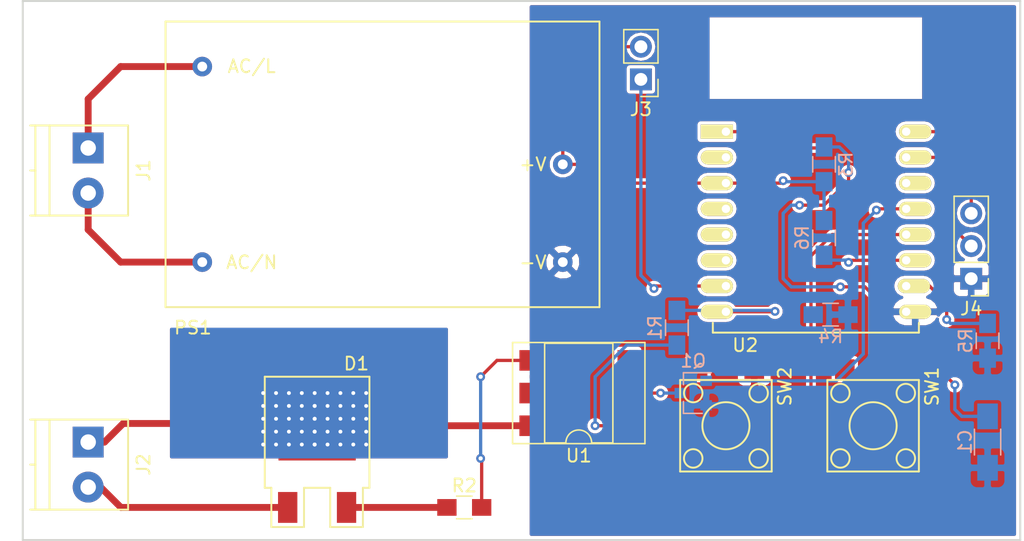
<source format=kicad_pcb>
(kicad_pcb (version 4) (host pcbnew 4.0.7)

  (general
    (links 82)
    (no_connects 2)
    (area 57.074999 68.504999 134.695001 110.565001)
    (thickness 1.6)
    (drawings 4)
    (tracks 111)
    (zones 0)
    (modules 67)
    (nets 27)
  )

  (page A4)
  (layers
    (0 F.Cu signal)
    (31 B.Cu signal)
    (32 B.Adhes user)
    (33 F.Adhes user)
    (34 B.Paste user)
    (35 F.Paste user)
    (36 B.SilkS user)
    (37 F.SilkS user)
    (38 B.Mask user)
    (39 F.Mask user)
    (40 Dwgs.User user)
    (41 Cmts.User user)
    (42 Eco1.User user)
    (43 Eco2.User user)
    (44 Edge.Cuts user)
    (45 Margin user)
    (46 B.CrtYd user)
    (47 F.CrtYd user)
    (48 B.Fab user)
    (49 F.Fab user)
  )

  (setup
    (last_trace_width 0.254)
    (trace_clearance 0.254)
    (zone_clearance 0.254)
    (zone_45_only yes)
    (trace_min 0.1524)
    (segment_width 0.2)
    (edge_width 0.15)
    (via_size 0.6858)
    (via_drill 0.3302)
    (via_min_size 0.6858)
    (via_min_drill 0.3302)
    (uvia_size 0.3)
    (uvia_drill 0.1)
    (uvias_allowed no)
    (uvia_min_size 0)
    (uvia_min_drill 0)
    (pcb_text_width 0.3)
    (pcb_text_size 1.5 1.5)
    (mod_edge_width 0.15)
    (mod_text_size 1 1)
    (mod_text_width 0.15)
    (pad_size 0.6 0.6)
    (pad_drill 0.3)
    (pad_to_mask_clearance 0.2)
    (aux_axis_origin 0 0)
    (visible_elements FFFFFF7F)
    (pcbplotparams
      (layerselection 0x00030_80000001)
      (usegerberextensions false)
      (excludeedgelayer true)
      (linewidth 0.100000)
      (plotframeref false)
      (viasonmask false)
      (mode 1)
      (useauxorigin false)
      (hpglpennumber 1)
      (hpglpenspeed 20)
      (hpglpendiameter 15)
      (hpglpenoverlay 2)
      (psnegative false)
      (psa4output false)
      (plotreference true)
      (plotvalue true)
      (plotinvisibletext false)
      (padsonsilk false)
      (subtractmaskfromsilk false)
      (outputformat 1)
      (mirror false)
      (drillshape 1)
      (scaleselection 1)
      (outputdirectory ""))
  )

  (net 0 "")
  (net 1 "Net-(C1-Pad1)")
  (net 2 GND)
  (net 3 "Net-(D1-Pad3)")
  (net 4 "Net-(J3-Pad1)")
  (net 5 +3V3)
  (net 6 "Net-(J4-Pad2)")
  (net 7 "Net-(J4-Pad3)")
  (net 8 GPIO4)
  (net 9 "Net-(Q1-Pad3)")
  (net 10 "Net-(R1-Pad2)")
  (net 11 "Net-(R2-Pad2)")
  (net 12 "Net-(R4-Pad1)")
  (net 13 "Net-(R5-Pad1)")
  (net 14 "Net-(SW2-Pad1)")
  (net 15 "Net-(U1-Pad5)")
  (net 16 "Net-(U1-Pad3)")
  (net 17 "Net-(U2-Pad2)")
  (net 18 "Net-(U2-Pad4)")
  (net 19 "Net-(U2-Pad5)")
  (net 20 "Net-(U2-Pad6)")
  (net 21 "Net-(U2-Pad14)")
  (net 22 "Net-(D1-Pad1)")
  (net 23 "Net-(D1-Pad2)")
  (net 24 "Net-(J1-Pad2)")
  (net 25 "Net-(J1-Pad1)")
  (net 26 "Net-(R6-Pad2)")

  (net_class Default "This is the default net class."
    (clearance 0.254)
    (trace_width 0.254)
    (via_dia 0.6858)
    (via_drill 0.3302)
    (uvia_dia 0.3)
    (uvia_drill 0.1)
    (add_net +3V3)
    (add_net GND)
    (add_net GPIO4)
    (add_net "Net-(C1-Pad1)")
    (add_net "Net-(J3-Pad1)")
    (add_net "Net-(J4-Pad2)")
    (add_net "Net-(J4-Pad3)")
    (add_net "Net-(Q1-Pad3)")
    (add_net "Net-(R1-Pad2)")
    (add_net "Net-(R2-Pad2)")
    (add_net "Net-(R4-Pad1)")
    (add_net "Net-(R5-Pad1)")
    (add_net "Net-(R6-Pad2)")
    (add_net "Net-(SW2-Pad1)")
    (add_net "Net-(U1-Pad3)")
    (add_net "Net-(U1-Pad5)")
    (add_net "Net-(U2-Pad14)")
    (add_net "Net-(U2-Pad2)")
    (add_net "Net-(U2-Pad4)")
    (add_net "Net-(U2-Pad5)")
    (add_net "Net-(U2-Pad6)")
  )

  (net_class AC ""
    (clearance 0.508)
    (trace_width 0.5334)
    (via_dia 0.6858)
    (via_drill 0.3302)
    (uvia_dia 0.3)
    (uvia_drill 0.1)
    (add_net "Net-(D1-Pad1)")
    (add_net "Net-(D1-Pad2)")
    (add_net "Net-(D1-Pad3)")
    (add_net "Net-(J1-Pad1)")
    (add_net "Net-(J1-Pad2)")
  )

  (module ESP8266:ESP-12 (layer F.Cu) (tedit 55BE5912) (tstamp 5A9AE3B3)
    (at 111.76 78.74)
    (descr "Module, ESP-8266, ESP-12, 16 pad, SMD")
    (tags "Module ESP-8266 ESP8266")
    (path /5A9A23CB)
    (fp_text reference U2 (at 1.5 16.6) (layer F.SilkS)
      (effects (font (size 1 1) (thickness 0.15)))
    )
    (fp_text value ESP-12S (at 6.992 1) (layer F.Fab)
      (effects (font (size 1 1) (thickness 0.15)))
    )
    (fp_line (start -2.25 -0.5) (end -2.25 -8.75) (layer F.CrtYd) (width 0.05))
    (fp_line (start -2.25 -8.75) (end 15.25 -8.75) (layer F.CrtYd) (width 0.05))
    (fp_line (start 15.25 -8.75) (end 16.25 -8.75) (layer F.CrtYd) (width 0.05))
    (fp_line (start 16.25 -8.75) (end 16.25 16) (layer F.CrtYd) (width 0.05))
    (fp_line (start 16.25 16) (end -2.25 16) (layer F.CrtYd) (width 0.05))
    (fp_line (start -2.25 16) (end -2.25 -0.5) (layer F.CrtYd) (width 0.05))
    (fp_line (start -1.016 -8.382) (end 14.986 -8.382) (layer F.CrtYd) (width 0.1524))
    (fp_line (start 14.986 -8.382) (end 14.986 -0.889) (layer F.CrtYd) (width 0.1524))
    (fp_line (start -1.016 -8.382) (end -1.016 -1.016) (layer F.CrtYd) (width 0.1524))
    (fp_line (start -1.016 14.859) (end -1.016 15.621) (layer F.SilkS) (width 0.1524))
    (fp_line (start -1.016 15.621) (end 14.986 15.621) (layer F.SilkS) (width 0.1524))
    (fp_line (start 14.986 15.621) (end 14.986 14.859) (layer F.SilkS) (width 0.1524))
    (fp_line (start 14.992 -8.4) (end -1.008 -2.6) (layer F.CrtYd) (width 0.1524))
    (fp_line (start -1.008 -8.4) (end 14.992 -2.6) (layer F.CrtYd) (width 0.1524))
    (fp_text user "No Copper" (at 6.892 -5.4) (layer F.CrtYd)
      (effects (font (size 1 1) (thickness 0.15)))
    )
    (fp_line (start -1.008 -2.6) (end 14.992 -2.6) (layer F.CrtYd) (width 0.1524))
    (fp_line (start 15 -8.4) (end 15 15.6) (layer F.Fab) (width 0.05))
    (fp_line (start 14.992 15.6) (end -1.008 15.6) (layer F.Fab) (width 0.05))
    (fp_line (start -1.008 15.6) (end -1.008 -8.4) (layer F.Fab) (width 0.05))
    (fp_line (start -1.008 -8.4) (end 14.992 -8.4) (layer F.Fab) (width 0.05))
    (pad 1 thru_hole rect (at 0 0) (size 2.5 1.1) (drill 0.65 (offset -0.7 0)) (layers *.Cu *.Mask F.SilkS)
      (net 1 "Net-(C1-Pad1)"))
    (pad 2 thru_hole oval (at 0 2) (size 2.5 1.1) (drill 0.65 (offset -0.7 0)) (layers *.Cu *.Mask F.SilkS)
      (net 17 "Net-(U2-Pad2)"))
    (pad 3 thru_hole oval (at 0 4) (size 2.5 1.1) (drill 0.65 (offset -0.7 0)) (layers *.Cu *.Mask F.SilkS)
      (net 5 +3V3))
    (pad 4 thru_hole oval (at 0 6) (size 2.5 1.1) (drill 0.65 (offset -0.7 0)) (layers *.Cu *.Mask F.SilkS)
      (net 18 "Net-(U2-Pad4)"))
    (pad 5 thru_hole oval (at 0 8) (size 2.5 1.1) (drill 0.65 (offset -0.7 0)) (layers *.Cu *.Mask F.SilkS)
      (net 19 "Net-(U2-Pad5)"))
    (pad 6 thru_hole oval (at 0 10) (size 2.5 1.1) (drill 0.65 (offset -0.7 0)) (layers *.Cu *.Mask F.SilkS)
      (net 20 "Net-(U2-Pad6)"))
    (pad 7 thru_hole oval (at 0 12) (size 2.5 1.1) (drill 0.65 (offset -0.7 0)) (layers *.Cu *.Mask F.SilkS)
      (net 4 "Net-(J3-Pad1)"))
    (pad 8 thru_hole oval (at 0 14) (size 2.5 1.1) (drill 0.65 (offset -0.7 0)) (layers *.Cu *.Mask F.SilkS)
      (net 5 +3V3))
    (pad 9 thru_hole oval (at 14 14) (size 2.5 1.1) (drill 0.65 (offset 0.7 0)) (layers *.Cu *.Mask F.SilkS)
      (net 2 GND))
    (pad 10 thru_hole oval (at 14 12) (size 2.5 1.1) (drill 0.65 (offset 0.6 0)) (layers *.Cu *.Mask F.SilkS)
      (net 13 "Net-(R5-Pad1)"))
    (pad 11 thru_hole oval (at 14 10) (size 2.5 1.1) (drill 0.65 (offset 0.7 0)) (layers *.Cu *.Mask F.SilkS)
      (net 26 "Net-(R6-Pad2)"))
    (pad 12 thru_hole oval (at 14 8) (size 2.5 1.1) (drill 0.65 (offset 0.7 0)) (layers *.Cu *.Mask F.SilkS)
      (net 14 "Net-(SW2-Pad1)"))
    (pad 13 thru_hole oval (at 14 6) (size 2.5 1.1) (drill 0.65 (offset 0.7 0)) (layers *.Cu *.Mask F.SilkS)
      (net 8 GPIO4))
    (pad 14 thru_hole oval (at 14 4) (size 2.5 1.1) (drill 0.65 (offset 0.7 0)) (layers *.Cu *.Mask F.SilkS)
      (net 21 "Net-(U2-Pad14)"))
    (pad 15 thru_hole oval (at 14 2) (size 2.5 1.1) (drill 0.65 (offset 0.7 0)) (layers *.Cu *.Mask F.SilkS)
      (net 6 "Net-(J4-Pad2)"))
    (pad 16 thru_hole oval (at 14 0) (size 2.5 1.1) (drill 0.65 (offset 0.7 0)) (layers *.Cu *.Mask F.SilkS)
      (net 7 "Net-(J4-Pad3)"))
    (model ${ESPLIB}/ESP8266.3dshapes/ESP-12.wrl
      (at (xyz 0 0 0))
      (scale (xyz 0.3937 0.3937 0.3937))
      (rotate (xyz 0 0 0))
    )
  )

  (module SOT428:VIA-0.6mm (layer F.Cu) (tedit 5A9B095E) (tstamp 5A9B0AE7)
    (at 75.82 103.06 270)
    (fp_text reference REF** (at -1 1 270) (layer F.SilkS) hide
      (effects (font (size 1 1) (thickness 0.15)))
    )
    (fp_text value VIA-0.6mm (at 0 -1 270) (layer F.Fab) hide
      (effects (font (size 1 1) (thickness 0.15)))
    )
    (pad 1 thru_hole circle (at 0 0 270) (size 0.6 0.6) (drill 0.3) (layers *.Cu)
      (net 23 "Net-(D1-Pad2)") (zone_connect 2))
  )

  (module SOT428:VIA-0.6mm (layer F.Cu) (tedit 5A9B095E) (tstamp 5A9B0AE3)
    (at 75.82 102.06 270)
    (fp_text reference REF** (at -1 1 270) (layer F.SilkS) hide
      (effects (font (size 1 1) (thickness 0.15)))
    )
    (fp_text value VIA-0.6mm (at 0 -1 270) (layer F.Fab) hide
      (effects (font (size 1 1) (thickness 0.15)))
    )
    (pad 1 thru_hole circle (at 0 0 270) (size 0.6 0.6) (drill 0.3) (layers *.Cu)
      (net 23 "Net-(D1-Pad2)") (zone_connect 2))
  )

  (module SOT428:VIA-0.6mm (layer F.Cu) (tedit 5A9B095E) (tstamp 5A9B0ADF)
    (at 75.82 101.06 270)
    (fp_text reference REF** (at -1 1 270) (layer F.SilkS) hide
      (effects (font (size 1 1) (thickness 0.15)))
    )
    (fp_text value VIA-0.6mm (at 0 -1 270) (layer F.Fab) hide
      (effects (font (size 1 1) (thickness 0.15)))
    )
    (pad 1 thru_hole circle (at 0 0 270) (size 0.6 0.6) (drill 0.3) (layers *.Cu)
      (net 23 "Net-(D1-Pad2)") (zone_connect 2))
  )

  (module SOT428:VIA-0.6mm (layer F.Cu) (tedit 5A9B095E) (tstamp 5A9B0ADB)
    (at 75.82 100.06 270)
    (fp_text reference REF** (at -1 1 270) (layer F.SilkS) hide
      (effects (font (size 1 1) (thickness 0.15)))
    )
    (fp_text value VIA-0.6mm (at 0 -1 270) (layer F.Fab) hide
      (effects (font (size 1 1) (thickness 0.15)))
    )
    (pad 1 thru_hole circle (at 0 0 270) (size 0.6 0.6) (drill 0.3) (layers *.Cu)
      (net 23 "Net-(D1-Pad2)") (zone_connect 2))
  )

  (module SOT428:VIA-0.6mm (layer F.Cu) (tedit 5A9B095E) (tstamp 5A9B0AD7)
    (at 75.82 99.06 270)
    (fp_text reference REF** (at -1 1 270) (layer F.SilkS) hide
      (effects (font (size 1 1) (thickness 0.15)))
    )
    (fp_text value VIA-0.6mm (at 0 -1 270) (layer F.Fab) hide
      (effects (font (size 1 1) (thickness 0.15)))
    )
    (pad 1 thru_hole circle (at 0 0 270) (size 0.6 0.6) (drill 0.3) (layers *.Cu)
      (net 23 "Net-(D1-Pad2)") (zone_connect 2))
  )

  (module SOT428:VIA-0.6mm (layer F.Cu) (tedit 5A9B095E) (tstamp 5A9B0AD3)
    (at 76.82 103.06 270)
    (fp_text reference REF** (at -1 1 270) (layer F.SilkS) hide
      (effects (font (size 1 1) (thickness 0.15)))
    )
    (fp_text value VIA-0.6mm (at 0 -1 270) (layer F.Fab) hide
      (effects (font (size 1 1) (thickness 0.15)))
    )
    (pad 1 thru_hole circle (at 0 0 270) (size 0.6 0.6) (drill 0.3) (layers *.Cu)
      (net 23 "Net-(D1-Pad2)") (zone_connect 2))
  )

  (module SOT428:VIA-0.6mm (layer F.Cu) (tedit 5A9B095E) (tstamp 5A9B0ACF)
    (at 76.82 102.06 270)
    (fp_text reference REF** (at -1 1 270) (layer F.SilkS) hide
      (effects (font (size 1 1) (thickness 0.15)))
    )
    (fp_text value VIA-0.6mm (at 0 -1 270) (layer F.Fab) hide
      (effects (font (size 1 1) (thickness 0.15)))
    )
    (pad 1 thru_hole circle (at 0 0 270) (size 0.6 0.6) (drill 0.3) (layers *.Cu)
      (net 23 "Net-(D1-Pad2)") (zone_connect 2))
  )

  (module SOT428:VIA-0.6mm (layer F.Cu) (tedit 5A9B095E) (tstamp 5A9B0ACB)
    (at 76.82 101.06 270)
    (fp_text reference REF** (at -1 1 270) (layer F.SilkS) hide
      (effects (font (size 1 1) (thickness 0.15)))
    )
    (fp_text value VIA-0.6mm (at 0 -1 270) (layer F.Fab) hide
      (effects (font (size 1 1) (thickness 0.15)))
    )
    (pad 1 thru_hole circle (at 0 0 270) (size 0.6 0.6) (drill 0.3) (layers *.Cu)
      (net 23 "Net-(D1-Pad2)") (zone_connect 2))
  )

  (module SOT428:VIA-0.6mm (layer F.Cu) (tedit 5A9B095E) (tstamp 5A9B0AC7)
    (at 76.82 100.06 270)
    (fp_text reference REF** (at -1 1 270) (layer F.SilkS) hide
      (effects (font (size 1 1) (thickness 0.15)))
    )
    (fp_text value VIA-0.6mm (at 0 -1 270) (layer F.Fab) hide
      (effects (font (size 1 1) (thickness 0.15)))
    )
    (pad 1 thru_hole circle (at 0 0 270) (size 0.6 0.6) (drill 0.3) (layers *.Cu)
      (net 23 "Net-(D1-Pad2)") (zone_connect 2))
  )

  (module SOT428:VIA-0.6mm (layer F.Cu) (tedit 5A9B095E) (tstamp 5A9B0AC3)
    (at 76.82 99.06 270)
    (fp_text reference REF** (at -1 1 270) (layer F.SilkS) hide
      (effects (font (size 1 1) (thickness 0.15)))
    )
    (fp_text value VIA-0.6mm (at 0 -1 270) (layer F.Fab) hide
      (effects (font (size 1 1) (thickness 0.15)))
    )
    (pad 1 thru_hole circle (at 0 0 270) (size 0.6 0.6) (drill 0.3) (layers *.Cu)
      (net 23 "Net-(D1-Pad2)") (zone_connect 2))
  )

  (module SOT428:VIA-0.6mm (layer F.Cu) (tedit 5A9B095E) (tstamp 5A9B0ABF)
    (at 77.82 103.06 270)
    (fp_text reference REF** (at -1 1 270) (layer F.SilkS) hide
      (effects (font (size 1 1) (thickness 0.15)))
    )
    (fp_text value VIA-0.6mm (at 0 -1 270) (layer F.Fab) hide
      (effects (font (size 1 1) (thickness 0.15)))
    )
    (pad 1 thru_hole circle (at 0 0 270) (size 0.6 0.6) (drill 0.3) (layers *.Cu)
      (net 23 "Net-(D1-Pad2)") (zone_connect 2))
  )

  (module SOT428:VIA-0.6mm (layer F.Cu) (tedit 5A9B095E) (tstamp 5A9B0ABB)
    (at 77.82 102.06 270)
    (fp_text reference REF** (at -1 1 270) (layer F.SilkS) hide
      (effects (font (size 1 1) (thickness 0.15)))
    )
    (fp_text value VIA-0.6mm (at 0 -1 270) (layer F.Fab) hide
      (effects (font (size 1 1) (thickness 0.15)))
    )
    (pad 1 thru_hole circle (at 0 0 270) (size 0.6 0.6) (drill 0.3) (layers *.Cu)
      (net 23 "Net-(D1-Pad2)") (zone_connect 2))
  )

  (module SOT428:VIA-0.6mm (layer F.Cu) (tedit 5A9B095E) (tstamp 5A9B0AB7)
    (at 77.82 101.06 270)
    (fp_text reference REF** (at -1 1 270) (layer F.SilkS) hide
      (effects (font (size 1 1) (thickness 0.15)))
    )
    (fp_text value VIA-0.6mm (at 0 -1 270) (layer F.Fab) hide
      (effects (font (size 1 1) (thickness 0.15)))
    )
    (pad 1 thru_hole circle (at 0 0 270) (size 0.6 0.6) (drill 0.3) (layers *.Cu)
      (net 23 "Net-(D1-Pad2)") (zone_connect 2))
  )

  (module SOT428:VIA-0.6mm (layer F.Cu) (tedit 5A9B095E) (tstamp 5A9B0AB3)
    (at 77.82 100.06 270)
    (fp_text reference REF** (at -1 1 270) (layer F.SilkS) hide
      (effects (font (size 1 1) (thickness 0.15)))
    )
    (fp_text value VIA-0.6mm (at 0 -1 270) (layer F.Fab) hide
      (effects (font (size 1 1) (thickness 0.15)))
    )
    (pad 1 thru_hole circle (at 0 0 270) (size 0.6 0.6) (drill 0.3) (layers *.Cu)
      (net 23 "Net-(D1-Pad2)") (zone_connect 2))
  )

  (module SOT428:VIA-0.6mm (layer F.Cu) (tedit 5A9B095E) (tstamp 5A9B0AAF)
    (at 77.82 99.06 270)
    (fp_text reference REF** (at -1 1 270) (layer F.SilkS) hide
      (effects (font (size 1 1) (thickness 0.15)))
    )
    (fp_text value VIA-0.6mm (at 0 -1 270) (layer F.Fab) hide
      (effects (font (size 1 1) (thickness 0.15)))
    )
    (pad 1 thru_hole circle (at 0 0 270) (size 0.6 0.6) (drill 0.3) (layers *.Cu)
      (net 23 "Net-(D1-Pad2)") (zone_connect 2))
  )

  (module SOT428:VIA-0.6mm (layer F.Cu) (tedit 5A9B095E) (tstamp 5A9B0AAB)
    (at 78.82 103.06 270)
    (fp_text reference REF** (at -1 1 270) (layer F.SilkS) hide
      (effects (font (size 1 1) (thickness 0.15)))
    )
    (fp_text value VIA-0.6mm (at 0 -1 270) (layer F.Fab) hide
      (effects (font (size 1 1) (thickness 0.15)))
    )
    (pad 1 thru_hole circle (at 0 0 270) (size 0.6 0.6) (drill 0.3) (layers *.Cu)
      (net 23 "Net-(D1-Pad2)") (zone_connect 2))
  )

  (module SOT428:VIA-0.6mm (layer F.Cu) (tedit 5A9B095E) (tstamp 5A9B0AA7)
    (at 78.82 102.06 270)
    (fp_text reference REF** (at -1 1 270) (layer F.SilkS) hide
      (effects (font (size 1 1) (thickness 0.15)))
    )
    (fp_text value VIA-0.6mm (at 0 -1 270) (layer F.Fab) hide
      (effects (font (size 1 1) (thickness 0.15)))
    )
    (pad 1 thru_hole circle (at 0 0 270) (size 0.6 0.6) (drill 0.3) (layers *.Cu)
      (net 23 "Net-(D1-Pad2)") (zone_connect 2))
  )

  (module SOT428:VIA-0.6mm (layer F.Cu) (tedit 5A9B095E) (tstamp 5A9B0AA3)
    (at 78.82 101.06 270)
    (fp_text reference REF** (at -1 1 270) (layer F.SilkS) hide
      (effects (font (size 1 1) (thickness 0.15)))
    )
    (fp_text value VIA-0.6mm (at 0 -1 270) (layer F.Fab) hide
      (effects (font (size 1 1) (thickness 0.15)))
    )
    (pad 1 thru_hole circle (at 0 0 270) (size 0.6 0.6) (drill 0.3) (layers *.Cu)
      (net 23 "Net-(D1-Pad2)") (zone_connect 2))
  )

  (module SOT428:VIA-0.6mm (layer F.Cu) (tedit 5A9B095E) (tstamp 5A9B0A9F)
    (at 78.82 100.06 270)
    (fp_text reference REF** (at -1 1 270) (layer F.SilkS) hide
      (effects (font (size 1 1) (thickness 0.15)))
    )
    (fp_text value VIA-0.6mm (at 0 -1 270) (layer F.Fab) hide
      (effects (font (size 1 1) (thickness 0.15)))
    )
    (pad 1 thru_hole circle (at 0 0 270) (size 0.6 0.6) (drill 0.3) (layers *.Cu)
      (net 23 "Net-(D1-Pad2)") (zone_connect 2))
  )

  (module SOT428:VIA-0.6mm (layer F.Cu) (tedit 5A9B095E) (tstamp 5A9B0A9B)
    (at 78.82 99.06 270)
    (fp_text reference REF** (at -1 1 270) (layer F.SilkS) hide
      (effects (font (size 1 1) (thickness 0.15)))
    )
    (fp_text value VIA-0.6mm (at 0 -1 270) (layer F.Fab) hide
      (effects (font (size 1 1) (thickness 0.15)))
    )
    (pad 1 thru_hole circle (at 0 0 270) (size 0.6 0.6) (drill 0.3) (layers *.Cu)
      (net 23 "Net-(D1-Pad2)") (zone_connect 2))
  )

  (module SOT428:VIA-0.6mm (layer F.Cu) (tedit 5A9B095E) (tstamp 5A9B0A97)
    (at 79.82 103.06 270)
    (fp_text reference REF** (at -1 1 270) (layer F.SilkS) hide
      (effects (font (size 1 1) (thickness 0.15)))
    )
    (fp_text value VIA-0.6mm (at 0 -1 270) (layer F.Fab) hide
      (effects (font (size 1 1) (thickness 0.15)))
    )
    (pad 1 thru_hole circle (at 0 0 270) (size 0.6 0.6) (drill 0.3) (layers *.Cu)
      (net 23 "Net-(D1-Pad2)") (zone_connect 2))
  )

  (module SOT428:VIA-0.6mm (layer F.Cu) (tedit 5A9B095E) (tstamp 5A9B0A93)
    (at 79.82 102.06 270)
    (fp_text reference REF** (at -1 1 270) (layer F.SilkS) hide
      (effects (font (size 1 1) (thickness 0.15)))
    )
    (fp_text value VIA-0.6mm (at 0 -1 270) (layer F.Fab) hide
      (effects (font (size 1 1) (thickness 0.15)))
    )
    (pad 1 thru_hole circle (at 0 0 270) (size 0.6 0.6) (drill 0.3) (layers *.Cu)
      (net 23 "Net-(D1-Pad2)") (zone_connect 2))
  )

  (module SOT428:VIA-0.6mm (layer F.Cu) (tedit 5A9B095E) (tstamp 5A9B0A8F)
    (at 79.82 101.06 270)
    (fp_text reference REF** (at -1 1 270) (layer F.SilkS) hide
      (effects (font (size 1 1) (thickness 0.15)))
    )
    (fp_text value VIA-0.6mm (at 0 -1 270) (layer F.Fab) hide
      (effects (font (size 1 1) (thickness 0.15)))
    )
    (pad 1 thru_hole circle (at 0 0 270) (size 0.6 0.6) (drill 0.3) (layers *.Cu)
      (net 23 "Net-(D1-Pad2)") (zone_connect 2))
  )

  (module SOT428:VIA-0.6mm (layer F.Cu) (tedit 5A9B095E) (tstamp 5A9B0A8B)
    (at 79.82 100.06 270)
    (fp_text reference REF** (at -1 1 270) (layer F.SilkS) hide
      (effects (font (size 1 1) (thickness 0.15)))
    )
    (fp_text value VIA-0.6mm (at 0 -1 270) (layer F.Fab) hide
      (effects (font (size 1 1) (thickness 0.15)))
    )
    (pad 1 thru_hole circle (at 0 0 270) (size 0.6 0.6) (drill 0.3) (layers *.Cu)
      (net 23 "Net-(D1-Pad2)") (zone_connect 2))
  )

  (module SOT428:VIA-0.6mm (layer F.Cu) (tedit 5A9B095E) (tstamp 5A9B0A7E)
    (at 79.82 103.06 270)
    (fp_text reference REF** (at -1 1 270) (layer F.SilkS) hide
      (effects (font (size 1 1) (thickness 0.15)))
    )
    (fp_text value VIA-0.6mm (at 0 -1 270) (layer F.Fab) hide
      (effects (font (size 1 1) (thickness 0.15)))
    )
    (pad 1 thru_hole circle (at 0 0 270) (size 0.6 0.6) (drill 0.3) (layers *.Cu)
      (net 23 "Net-(D1-Pad2)") (zone_connect 2))
  )

  (module SOT428:VIA-0.6mm (layer F.Cu) (tedit 5A9B095E) (tstamp 5A9B0A7A)
    (at 79.82 102.06 270)
    (fp_text reference REF** (at -1 1 270) (layer F.SilkS) hide
      (effects (font (size 1 1) (thickness 0.15)))
    )
    (fp_text value VIA-0.6mm (at 0 -1 270) (layer F.Fab) hide
      (effects (font (size 1 1) (thickness 0.15)))
    )
    (pad 1 thru_hole circle (at 0 0 270) (size 0.6 0.6) (drill 0.3) (layers *.Cu)
      (net 23 "Net-(D1-Pad2)") (zone_connect 2))
  )

  (module SOT428:VIA-0.6mm (layer F.Cu) (tedit 5A9B095E) (tstamp 5A9B0A76)
    (at 79.82 101.06 270)
    (fp_text reference REF** (at -1 1 270) (layer F.SilkS) hide
      (effects (font (size 1 1) (thickness 0.15)))
    )
    (fp_text value VIA-0.6mm (at 0 -1 270) (layer F.Fab) hide
      (effects (font (size 1 1) (thickness 0.15)))
    )
    (pad 1 thru_hole circle (at 0 0 270) (size 0.6 0.6) (drill 0.3) (layers *.Cu)
      (net 23 "Net-(D1-Pad2)") (zone_connect 2))
  )

  (module SOT428:VIA-0.6mm (layer F.Cu) (tedit 5A9B095E) (tstamp 5A9B0A72)
    (at 79.82 100.06 270)
    (fp_text reference REF** (at -1 1 270) (layer F.SilkS) hide
      (effects (font (size 1 1) (thickness 0.15)))
    )
    (fp_text value VIA-0.6mm (at 0 -1 270) (layer F.Fab) hide
      (effects (font (size 1 1) (thickness 0.15)))
    )
    (pad 1 thru_hole circle (at 0 0 270) (size 0.6 0.6) (drill 0.3) (layers *.Cu)
      (net 23 "Net-(D1-Pad2)") (zone_connect 2))
  )

  (module SOT428:VIA-0.6mm (layer F.Cu) (tedit 5A9B095E) (tstamp 5A9B0A6E)
    (at 79.82 99.06 270)
    (fp_text reference REF** (at -1 1 270) (layer F.SilkS) hide
      (effects (font (size 1 1) (thickness 0.15)))
    )
    (fp_text value VIA-0.6mm (at 0 -1 270) (layer F.Fab) hide
      (effects (font (size 1 1) (thickness 0.15)))
    )
    (pad 1 thru_hole circle (at 0 0 270) (size 0.6 0.6) (drill 0.3) (layers *.Cu)
      (net 23 "Net-(D1-Pad2)") (zone_connect 2))
  )

  (module SOT428:VIA-0.6mm (layer F.Cu) (tedit 5A9B095E) (tstamp 5A9B0A6A)
    (at 80.82 103.06 270)
    (fp_text reference REF** (at -1 1 270) (layer F.SilkS) hide
      (effects (font (size 1 1) (thickness 0.15)))
    )
    (fp_text value VIA-0.6mm (at 0 -1 270) (layer F.Fab) hide
      (effects (font (size 1 1) (thickness 0.15)))
    )
    (pad 1 thru_hole circle (at 0 0 270) (size 0.6 0.6) (drill 0.3) (layers *.Cu)
      (net 23 "Net-(D1-Pad2)") (zone_connect 2))
  )

  (module SOT428:VIA-0.6mm (layer F.Cu) (tedit 5A9B095E) (tstamp 5A9B0A66)
    (at 80.82 102.06 270)
    (fp_text reference REF** (at -1 1 270) (layer F.SilkS) hide
      (effects (font (size 1 1) (thickness 0.15)))
    )
    (fp_text value VIA-0.6mm (at 0 -1 270) (layer F.Fab) hide
      (effects (font (size 1 1) (thickness 0.15)))
    )
    (pad 1 thru_hole circle (at 0 0 270) (size 0.6 0.6) (drill 0.3) (layers *.Cu)
      (net 23 "Net-(D1-Pad2)") (zone_connect 2))
  )

  (module SOT428:VIA-0.6mm (layer F.Cu) (tedit 5A9B095E) (tstamp 5A9B0A62)
    (at 80.82 101.06 270)
    (fp_text reference REF** (at -1 1 270) (layer F.SilkS) hide
      (effects (font (size 1 1) (thickness 0.15)))
    )
    (fp_text value VIA-0.6mm (at 0 -1 270) (layer F.Fab) hide
      (effects (font (size 1 1) (thickness 0.15)))
    )
    (pad 1 thru_hole circle (at 0 0 270) (size 0.6 0.6) (drill 0.3) (layers *.Cu)
      (net 23 "Net-(D1-Pad2)") (zone_connect 2))
  )

  (module SOT428:VIA-0.6mm (layer F.Cu) (tedit 5A9B095E) (tstamp 5A9B0A5E)
    (at 80.82 100.06 270)
    (fp_text reference REF** (at -1 1 270) (layer F.SilkS) hide
      (effects (font (size 1 1) (thickness 0.15)))
    )
    (fp_text value VIA-0.6mm (at 0 -1 270) (layer F.Fab) hide
      (effects (font (size 1 1) (thickness 0.15)))
    )
    (pad 1 thru_hole circle (at 0 0 270) (size 0.6 0.6) (drill 0.3) (layers *.Cu)
      (net 23 "Net-(D1-Pad2)") (zone_connect 2))
  )

  (module SOT428:VIA-0.6mm (layer F.Cu) (tedit 5A9B095E) (tstamp 5A9B0A5A)
    (at 80.82 99.06 270)
    (fp_text reference REF** (at -1 1 270) (layer F.SilkS) hide
      (effects (font (size 1 1) (thickness 0.15)))
    )
    (fp_text value VIA-0.6mm (at 0 -1 270) (layer F.Fab) hide
      (effects (font (size 1 1) (thickness 0.15)))
    )
    (pad 1 thru_hole circle (at 0 0 270) (size 0.6 0.6) (drill 0.3) (layers *.Cu)
      (net 23 "Net-(D1-Pad2)") (zone_connect 2))
  )

  (module SOT428:VIA-0.6mm (layer F.Cu) (tedit 5A9B095E) (tstamp 5A9B0A56)
    (at 81.82 103.06 270)
    (fp_text reference REF** (at -1 1 270) (layer F.SilkS) hide
      (effects (font (size 1 1) (thickness 0.15)))
    )
    (fp_text value VIA-0.6mm (at 0 -1 270) (layer F.Fab) hide
      (effects (font (size 1 1) (thickness 0.15)))
    )
    (pad 1 thru_hole circle (at 0 0 270) (size 0.6 0.6) (drill 0.3) (layers *.Cu)
      (net 23 "Net-(D1-Pad2)") (zone_connect 2))
  )

  (module SOT428:VIA-0.6mm (layer F.Cu) (tedit 5A9B095E) (tstamp 5A9B0A52)
    (at 81.82 102.06 270)
    (fp_text reference REF** (at -1 1 270) (layer F.SilkS) hide
      (effects (font (size 1 1) (thickness 0.15)))
    )
    (fp_text value VIA-0.6mm (at 0 -1 270) (layer F.Fab) hide
      (effects (font (size 1 1) (thickness 0.15)))
    )
    (pad 1 thru_hole circle (at 0 0 270) (size 0.6 0.6) (drill 0.3) (layers *.Cu)
      (net 23 "Net-(D1-Pad2)") (zone_connect 2))
  )

  (module SOT428:VIA-0.6mm (layer F.Cu) (tedit 5A9B095E) (tstamp 5A9B0A4E)
    (at 81.82 101.06 270)
    (fp_text reference REF** (at -1 1 270) (layer F.SilkS) hide
      (effects (font (size 1 1) (thickness 0.15)))
    )
    (fp_text value VIA-0.6mm (at 0 -1 270) (layer F.Fab) hide
      (effects (font (size 1 1) (thickness 0.15)))
    )
    (pad 1 thru_hole circle (at 0 0 270) (size 0.6 0.6) (drill 0.3) (layers *.Cu)
      (net 23 "Net-(D1-Pad2)") (zone_connect 2))
  )

  (module SOT428:VIA-0.6mm (layer F.Cu) (tedit 5A9B095E) (tstamp 5A9B0A4A)
    (at 81.82 100.06 270)
    (fp_text reference REF** (at -1 1 270) (layer F.SilkS) hide
      (effects (font (size 1 1) (thickness 0.15)))
    )
    (fp_text value VIA-0.6mm (at 0 -1 270) (layer F.Fab) hide
      (effects (font (size 1 1) (thickness 0.15)))
    )
    (pad 1 thru_hole circle (at 0 0 270) (size 0.6 0.6) (drill 0.3) (layers *.Cu)
      (net 23 "Net-(D1-Pad2)") (zone_connect 2))
  )

  (module SOT428:VIA-0.6mm (layer F.Cu) (tedit 5A9B095E) (tstamp 5A9B0A46)
    (at 81.82 99.06 270)
    (fp_text reference REF** (at -1 1 270) (layer F.SilkS) hide
      (effects (font (size 1 1) (thickness 0.15)))
    )
    (fp_text value VIA-0.6mm (at 0 -1 270) (layer F.Fab) hide
      (effects (font (size 1 1) (thickness 0.15)))
    )
    (pad 1 thru_hole circle (at 0 0 270) (size 0.6 0.6) (drill 0.3) (layers *.Cu)
      (net 23 "Net-(D1-Pad2)") (zone_connect 2))
  )

  (module SOT428:VIA-0.6mm (layer F.Cu) (tedit 5A9B095E) (tstamp 5A9B0A42)
    (at 82.82 103.06 270)
    (fp_text reference REF** (at -1 1 270) (layer F.SilkS) hide
      (effects (font (size 1 1) (thickness 0.15)))
    )
    (fp_text value VIA-0.6mm (at 0 -1 270) (layer F.Fab) hide
      (effects (font (size 1 1) (thickness 0.15)))
    )
    (pad 1 thru_hole circle (at 0 0 270) (size 0.6 0.6) (drill 0.3) (layers *.Cu)
      (net 23 "Net-(D1-Pad2)") (zone_connect 2))
  )

  (module SOT428:VIA-0.6mm (layer F.Cu) (tedit 5A9B095E) (tstamp 5A9B0A3E)
    (at 82.82 102.06 270)
    (fp_text reference REF** (at -1 1 270) (layer F.SilkS) hide
      (effects (font (size 1 1) (thickness 0.15)))
    )
    (fp_text value VIA-0.6mm (at 0 -1 270) (layer F.Fab) hide
      (effects (font (size 1 1) (thickness 0.15)))
    )
    (pad 1 thru_hole circle (at 0 0 270) (size 0.6 0.6) (drill 0.3) (layers *.Cu)
      (net 23 "Net-(D1-Pad2)") (zone_connect 2))
  )

  (module SOT428:VIA-0.6mm (layer F.Cu) (tedit 5A9B095E) (tstamp 5A9B0A3A)
    (at 82.82 101.06 270)
    (fp_text reference REF** (at -1 1 270) (layer F.SilkS) hide
      (effects (font (size 1 1) (thickness 0.15)))
    )
    (fp_text value VIA-0.6mm (at 0 -1 270) (layer F.Fab) hide
      (effects (font (size 1 1) (thickness 0.15)))
    )
    (pad 1 thru_hole circle (at 0 0 270) (size 0.6 0.6) (drill 0.3) (layers *.Cu)
      (net 23 "Net-(D1-Pad2)") (zone_connect 2))
  )

  (module SOT428:VIA-0.6mm (layer F.Cu) (tedit 5A9B095E) (tstamp 5A9B0A36)
    (at 82.82 100.06 270)
    (fp_text reference REF** (at -1 1 270) (layer F.SilkS) hide
      (effects (font (size 1 1) (thickness 0.15)))
    )
    (fp_text value VIA-0.6mm (at 0 -1 270) (layer F.Fab) hide
      (effects (font (size 1 1) (thickness 0.15)))
    )
    (pad 1 thru_hole circle (at 0 0 270) (size 0.6 0.6) (drill 0.3) (layers *.Cu)
      (net 23 "Net-(D1-Pad2)") (zone_connect 2))
  )

  (module SOT428:VIA-0.6mm (layer F.Cu) (tedit 5A9B095E) (tstamp 5A9B0A32)
    (at 82.82 99.06 270)
    (fp_text reference REF** (at -1 1 270) (layer F.SilkS) hide
      (effects (font (size 1 1) (thickness 0.15)))
    )
    (fp_text value VIA-0.6mm (at 0 -1 270) (layer F.Fab) hide
      (effects (font (size 1 1) (thickness 0.15)))
    )
    (pad 1 thru_hole circle (at 0 0 270) (size 0.6 0.6) (drill 0.3) (layers *.Cu)
      (net 23 "Net-(D1-Pad2)") (zone_connect 2))
  )

  (module SOT428:VIA-0.6mm (layer F.Cu) (tedit 5A9B095E) (tstamp 5A9B0A2E)
    (at 83.82 103.06 270)
    (fp_text reference REF** (at -1 1 270) (layer F.SilkS) hide
      (effects (font (size 1 1) (thickness 0.15)))
    )
    (fp_text value VIA-0.6mm (at 0 -1 270) (layer F.Fab) hide
      (effects (font (size 1 1) (thickness 0.15)))
    )
    (pad 1 thru_hole circle (at 0 0 270) (size 0.6 0.6) (drill 0.3) (layers *.Cu)
      (net 23 "Net-(D1-Pad2)") (zone_connect 2))
  )

  (module SOT428:VIA-0.6mm (layer F.Cu) (tedit 5A9B095E) (tstamp 5A9B0A2A)
    (at 83.82 102.06 270)
    (fp_text reference REF** (at -1 1 270) (layer F.SilkS) hide
      (effects (font (size 1 1) (thickness 0.15)))
    )
    (fp_text value VIA-0.6mm (at 0 -1 270) (layer F.Fab) hide
      (effects (font (size 1 1) (thickness 0.15)))
    )
    (pad 1 thru_hole circle (at 0 0 270) (size 0.6 0.6) (drill 0.3) (layers *.Cu)
      (net 23 "Net-(D1-Pad2)") (zone_connect 2))
  )

  (module SOT428:VIA-0.6mm (layer F.Cu) (tedit 5A9B095E) (tstamp 5A9B0A26)
    (at 83.82 101.06 270)
    (fp_text reference REF** (at -1 1 270) (layer F.SilkS) hide
      (effects (font (size 1 1) (thickness 0.15)))
    )
    (fp_text value VIA-0.6mm (at 0 -1 270) (layer F.Fab) hide
      (effects (font (size 1 1) (thickness 0.15)))
    )
    (pad 1 thru_hole circle (at 0 0 270) (size 0.6 0.6) (drill 0.3) (layers *.Cu)
      (net 23 "Net-(D1-Pad2)") (zone_connect 2))
  )

  (module SOT428:VIA-0.6mm (layer F.Cu) (tedit 5A9B095E) (tstamp 5A9B0A22)
    (at 83.82 100.06 270)
    (fp_text reference REF** (at -1 1 270) (layer F.SilkS) hide
      (effects (font (size 1 1) (thickness 0.15)))
    )
    (fp_text value VIA-0.6mm (at 0 -1 270) (layer F.Fab) hide
      (effects (font (size 1 1) (thickness 0.15)))
    )
    (pad 1 thru_hole circle (at 0 0 270) (size 0.6 0.6) (drill 0.3) (layers *.Cu)
      (net 23 "Net-(D1-Pad2)") (zone_connect 2))
  )

  (module Capacitors_SMD:C_1206_HandSoldering (layer B.Cu) (tedit 58AA84D1) (tstamp 5A9AE322)
    (at 132.08 102.87 270)
    (descr "Capacitor SMD 1206, hand soldering")
    (tags "capacitor 1206")
    (path /5A9A6507)
    (attr smd)
    (fp_text reference C1 (at 0 1.75 270) (layer B.SilkS)
      (effects (font (size 1 1) (thickness 0.15)) (justify mirror))
    )
    (fp_text value 0.1uF (at 0 -2 270) (layer B.Fab)
      (effects (font (size 1 1) (thickness 0.15)) (justify mirror))
    )
    (fp_text user %R (at 0 1.75 270) (layer B.Fab)
      (effects (font (size 1 1) (thickness 0.15)) (justify mirror))
    )
    (fp_line (start -1.6 -0.8) (end -1.6 0.8) (layer B.Fab) (width 0.1))
    (fp_line (start 1.6 -0.8) (end -1.6 -0.8) (layer B.Fab) (width 0.1))
    (fp_line (start 1.6 0.8) (end 1.6 -0.8) (layer B.Fab) (width 0.1))
    (fp_line (start -1.6 0.8) (end 1.6 0.8) (layer B.Fab) (width 0.1))
    (fp_line (start 1 1.02) (end -1 1.02) (layer B.SilkS) (width 0.12))
    (fp_line (start -1 -1.02) (end 1 -1.02) (layer B.SilkS) (width 0.12))
    (fp_line (start -3.25 1.05) (end 3.25 1.05) (layer B.CrtYd) (width 0.05))
    (fp_line (start -3.25 1.05) (end -3.25 -1.05) (layer B.CrtYd) (width 0.05))
    (fp_line (start 3.25 -1.05) (end 3.25 1.05) (layer B.CrtYd) (width 0.05))
    (fp_line (start 3.25 -1.05) (end -3.25 -1.05) (layer B.CrtYd) (width 0.05))
    (pad 1 smd rect (at -2 0 270) (size 2 1.6) (layers B.Cu B.Paste B.Mask)
      (net 1 "Net-(C1-Pad1)"))
    (pad 2 smd rect (at 2 0 270) (size 2 1.6) (layers B.Cu B.Paste B.Mask)
      (net 2 GND))
    (model Capacitors_SMD.3dshapes/C_1206.wrl
      (at (xyz 0 0 0))
      (scale (xyz 1 1 1))
      (rotate (xyz 0 0 0))
    )
  )

  (module SOT428:SOT428 (layer F.Cu) (tedit 5A9ADC92) (tstamp 5A9AE336)
    (at 80.01 107.95)
    (path /5A9AEBB1)
    (fp_text reference D1 (at 3.048 -11.176) (layer F.SilkS)
      (effects (font (size 1 1) (thickness 0.15)))
    )
    (fp_text value BTA204S (at -3.556 -11.176) (layer F.Fab)
      (effects (font (size 1 1) (thickness 0.15)))
    )
    (fp_line (start -3.048 1.524) (end -1.016 1.524) (layer F.SilkS) (width 0.15))
    (fp_line (start -1.016 1.524) (end -1.016 -1.524) (layer F.SilkS) (width 0.15))
    (fp_line (start -1.016 -1.524) (end 1.016 -1.524) (layer F.SilkS) (width 0.15))
    (fp_line (start 1.016 -1.524) (end 1.016 1.524) (layer F.SilkS) (width 0.15))
    (fp_line (start 1.016 1.524) (end 3.556 1.524) (layer F.SilkS) (width 0.15))
    (fp_line (start 3.556 1.524) (end 3.556 -1.524) (layer F.SilkS) (width 0.15))
    (fp_line (start 3.556 -1.524) (end 4.064 -1.524) (layer F.SilkS) (width 0.15))
    (fp_line (start 4.064 -1.524) (end 4.064 -10.16) (layer F.SilkS) (width 0.15))
    (fp_line (start 4.064 -10.16) (end -4.064 -10.16) (layer F.SilkS) (width 0.15))
    (fp_line (start -4.064 -10.16) (end -4.064 -1.524) (layer F.SilkS) (width 0.15))
    (fp_line (start -4.064 -1.524) (end -3.556 -1.524) (layer F.SilkS) (width 0.15))
    (fp_line (start -3.556 -1.524) (end -3.556 1.524) (layer F.SilkS) (width 0.15))
    (fp_line (start -3.556 1.524) (end -3.048 1.524) (layer F.SilkS) (width 0.15))
    (pad 1 smd rect (at -2.285 0) (size 1.5 2.4) (layers F.Cu F.Paste F.Mask)
      (net 22 "Net-(D1-Pad1)"))
    (pad 3 smd rect (at 2.285 0) (size 1.5 2.4) (layers F.Cu F.Paste F.Mask)
      (net 3 "Net-(D1-Pad3)"))
    (pad 2 smd rect (at 0 -6.525) (size 6 5.75) (layers F.Cu F.Paste F.Mask)
      (net 23 "Net-(D1-Pad2)"))
  )

  (module TerminalBlocks_Phoenix:TerminalBlock_Phoenix_PT-3.5mm_2pol (layer F.Cu) (tedit 59FF0756) (tstamp 5A9AE33C)
    (at 62.23 80.01 270)
    (descr "2-way 3.5mm pitch terminal block, Phoenix PT series")
    (path /5A9A7222)
    (fp_text reference J1 (at 1.75 -4.3 270) (layer F.SilkS)
      (effects (font (size 1 1) (thickness 0.15)))
    )
    (fp_text value Screw_Terminal (at 1.75 6 270) (layer F.Fab)
      (effects (font (size 1 1) (thickness 0.15)))
    )
    (fp_text user %R (at 1.75 0 270) (layer F.Fab)
      (effects (font (size 1 1) (thickness 0.15)))
    )
    (fp_line (start -1.9 -3.3) (end 5.4 -3.3) (layer F.CrtYd) (width 0.05))
    (fp_line (start -1.9 4.7) (end -1.9 -3.3) (layer F.CrtYd) (width 0.05))
    (fp_line (start 5.4 4.7) (end -1.9 4.7) (layer F.CrtYd) (width 0.05))
    (fp_line (start 5.4 -3.3) (end 5.4 4.7) (layer F.CrtYd) (width 0.05))
    (fp_line (start 1.75 4.1) (end 1.75 4.5) (layer F.SilkS) (width 0.15))
    (fp_line (start -1.75 3) (end 5.25 3) (layer F.SilkS) (width 0.15))
    (fp_line (start -1.75 4.1) (end 5.25 4.1) (layer F.SilkS) (width 0.15))
    (fp_line (start -1.75 -3.1) (end -1.75 4.5) (layer F.SilkS) (width 0.15))
    (fp_line (start 5.25 4.5) (end 5.25 -3.1) (layer F.SilkS) (width 0.15))
    (fp_line (start 5.25 -3.1) (end -1.75 -3.1) (layer F.SilkS) (width 0.15))
    (pad 2 thru_hole circle (at 3.5 0 270) (size 2.4 2.4) (drill 1.2) (layers *.Cu *.Mask)
      (net 24 "Net-(J1-Pad2)"))
    (pad 1 thru_hole rect (at 0 0 270) (size 2.4 2.4) (drill 1.2) (layers *.Cu *.Mask)
      (net 25 "Net-(J1-Pad1)"))
    (model ${KISYS3DMOD}/TerminalBlock_Phoenix.3dshapes/TerminalBlock_Phoenix_PT-3.5mm_2pol.wrl
      (at (xyz 0 0 0))
      (scale (xyz 1 1 1))
      (rotate (xyz 0 0 0))
    )
  )

  (module TerminalBlocks_Phoenix:TerminalBlock_Phoenix_PT-3.5mm_2pol (layer F.Cu) (tedit 59FF0756) (tstamp 5A9AE342)
    (at 62.23 102.87 270)
    (descr "2-way 3.5mm pitch terminal block, Phoenix PT series")
    (path /5A9A3C3B)
    (fp_text reference J2 (at 1.75 -4.3 270) (layer F.SilkS)
      (effects (font (size 1 1) (thickness 0.15)))
    )
    (fp_text value Screw_Terminal (at 1.75 6 270) (layer F.Fab)
      (effects (font (size 1 1) (thickness 0.15)))
    )
    (fp_text user %R (at 1.75 0 270) (layer F.Fab)
      (effects (font (size 1 1) (thickness 0.15)))
    )
    (fp_line (start -1.9 -3.3) (end 5.4 -3.3) (layer F.CrtYd) (width 0.05))
    (fp_line (start -1.9 4.7) (end -1.9 -3.3) (layer F.CrtYd) (width 0.05))
    (fp_line (start 5.4 4.7) (end -1.9 4.7) (layer F.CrtYd) (width 0.05))
    (fp_line (start 5.4 -3.3) (end 5.4 4.7) (layer F.CrtYd) (width 0.05))
    (fp_line (start 1.75 4.1) (end 1.75 4.5) (layer F.SilkS) (width 0.15))
    (fp_line (start -1.75 3) (end 5.25 3) (layer F.SilkS) (width 0.15))
    (fp_line (start -1.75 4.1) (end 5.25 4.1) (layer F.SilkS) (width 0.15))
    (fp_line (start -1.75 -3.1) (end -1.75 4.5) (layer F.SilkS) (width 0.15))
    (fp_line (start 5.25 4.5) (end 5.25 -3.1) (layer F.SilkS) (width 0.15))
    (fp_line (start 5.25 -3.1) (end -1.75 -3.1) (layer F.SilkS) (width 0.15))
    (pad 2 thru_hole circle (at 3.5 0 270) (size 2.4 2.4) (drill 1.2) (layers *.Cu *.Mask)
      (net 22 "Net-(D1-Pad1)"))
    (pad 1 thru_hole rect (at 0 0 270) (size 2.4 2.4) (drill 1.2) (layers *.Cu *.Mask)
      (net 23 "Net-(D1-Pad2)"))
    (model ${KISYS3DMOD}/TerminalBlock_Phoenix.3dshapes/TerminalBlock_Phoenix_PT-3.5mm_2pol.wrl
      (at (xyz 0 0 0))
      (scale (xyz 1 1 1))
      (rotate (xyz 0 0 0))
    )
  )

  (module Pin_Headers:Pin_Header_Straight_1x03_Pitch2.54mm (layer F.Cu) (tedit 59650532) (tstamp 5A9AE350)
    (at 130.81 90.17 180)
    (descr "Through hole straight pin header, 1x03, 2.54mm pitch, single row")
    (tags "Through hole pin header THT 1x03 2.54mm single row")
    (path /5A9ACE3A)
    (fp_text reference J4 (at 0 -2.33 180) (layer F.SilkS)
      (effects (font (size 1 1) (thickness 0.15)))
    )
    (fp_text value Conn_Prog (at 0 7.41 180) (layer F.Fab)
      (effects (font (size 1 1) (thickness 0.15)))
    )
    (fp_line (start -0.635 -1.27) (end 1.27 -1.27) (layer F.Fab) (width 0.1))
    (fp_line (start 1.27 -1.27) (end 1.27 6.35) (layer F.Fab) (width 0.1))
    (fp_line (start 1.27 6.35) (end -1.27 6.35) (layer F.Fab) (width 0.1))
    (fp_line (start -1.27 6.35) (end -1.27 -0.635) (layer F.Fab) (width 0.1))
    (fp_line (start -1.27 -0.635) (end -0.635 -1.27) (layer F.Fab) (width 0.1))
    (fp_line (start -1.33 6.41) (end 1.33 6.41) (layer F.SilkS) (width 0.12))
    (fp_line (start -1.33 1.27) (end -1.33 6.41) (layer F.SilkS) (width 0.12))
    (fp_line (start 1.33 1.27) (end 1.33 6.41) (layer F.SilkS) (width 0.12))
    (fp_line (start -1.33 1.27) (end 1.33 1.27) (layer F.SilkS) (width 0.12))
    (fp_line (start -1.33 0) (end -1.33 -1.33) (layer F.SilkS) (width 0.12))
    (fp_line (start -1.33 -1.33) (end 0 -1.33) (layer F.SilkS) (width 0.12))
    (fp_line (start -1.8 -1.8) (end -1.8 6.85) (layer F.CrtYd) (width 0.05))
    (fp_line (start -1.8 6.85) (end 1.8 6.85) (layer F.CrtYd) (width 0.05))
    (fp_line (start 1.8 6.85) (end 1.8 -1.8) (layer F.CrtYd) (width 0.05))
    (fp_line (start 1.8 -1.8) (end -1.8 -1.8) (layer F.CrtYd) (width 0.05))
    (fp_text user %R (at 0 2.54 270) (layer F.Fab)
      (effects (font (size 1 1) (thickness 0.15)))
    )
    (pad 1 thru_hole rect (at 0 0 180) (size 1.7 1.7) (drill 1) (layers *.Cu *.Mask)
      (net 2 GND))
    (pad 2 thru_hole oval (at 0 2.54 180) (size 1.7 1.7) (drill 1) (layers *.Cu *.Mask)
      (net 6 "Net-(J4-Pad2)"))
    (pad 3 thru_hole oval (at 0 5.08 180) (size 1.7 1.7) (drill 1) (layers *.Cu *.Mask)
      (net 7 "Net-(J4-Pad3)"))
    (model ${KISYS3DMOD}/Pin_Headers.3dshapes/Pin_Header_Straight_1x03_Pitch2.54mm.wrl
      (at (xyz 0 0 0))
      (scale (xyz 1 1 1))
      (rotate (xyz 0 0 0))
    )
  )

  (module SOT428:IRM-01-3.3 (layer F.Cu) (tedit 5A9AE0DE) (tstamp 5A9AE360)
    (at 85.09 81.28 180)
    (path /5A9AF049)
    (fp_text reference PS1 (at 14.732 -12.7 180) (layer F.SilkS)
      (effects (font (size 1 1) (thickness 0.15)))
    )
    (fp_text value IRM-01-3.3 (at -12.192 -12.7 180) (layer F.Fab)
      (effects (font (size 1 1) (thickness 0.15)))
    )
    (fp_text user AC/L (at 10.16 7.62 180) (layer F.SilkS)
      (effects (font (size 1 1) (thickness 0.15)))
    )
    (fp_text user AC/N (at 10.16 -7.62 180) (layer F.SilkS)
      (effects (font (size 1 1) (thickness 0.15)))
    )
    (fp_text user +V (at -11.684 0 180) (layer F.SilkS)
      (effects (font (size 1 1) (thickness 0.15)))
    )
    (fp_text user -V (at -11.684 -7.62 180) (layer F.SilkS)
      (effects (font (size 1 1) (thickness 0.15)))
    )
    (fp_line (start 16.85 -11.1) (end -16.85 -11.1) (layer F.SilkS) (width 0.15))
    (fp_line (start -16.85 11.1) (end -16.85 -11.1) (layer F.SilkS) (width 0.15))
    (fp_line (start 16.85 11.1) (end -16.85 11.1) (layer F.SilkS) (width 0.15))
    (fp_line (start 16.85 -11.1) (end 16.85 11.1) (layer F.SilkS) (width 0.15))
    (pad 1 thru_hole circle (at 14 7.6 180) (size 1.524 1.524) (drill 0.762) (layers *.Cu *.Mask)
      (net 25 "Net-(J1-Pad1)"))
    (pad 2 thru_hole circle (at 14 -7.6 180) (size 1.524 1.524) (drill 0.762) (layers *.Cu *.Mask)
      (net 24 "Net-(J1-Pad2)"))
    (pad 4 thru_hole circle (at -14 -7.6 180) (size 1.524 1.524) (drill 0.762) (layers *.Cu *.Mask)
      (net 2 GND))
    (pad 3 thru_hole circle (at -14 0 180) (size 1.524 1.524) (drill 0.762) (layers *.Cu *.Mask)
      (net 5 +3V3))
  )

  (module TO_SOT_Packages_SMD:SOT-23 (layer B.Cu) (tedit 58CE4E7E) (tstamp 5A9AE367)
    (at 109.22 99.06 180)
    (descr "SOT-23, Standard")
    (tags SOT-23)
    (path /5A9A5A51)
    (attr smd)
    (fp_text reference Q1 (at 0 2.5 180) (layer B.SilkS)
      (effects (font (size 1 1) (thickness 0.15)) (justify mirror))
    )
    (fp_text value MMBT3904 (at 0 -2.5 180) (layer B.Fab)
      (effects (font (size 1 1) (thickness 0.15)) (justify mirror))
    )
    (fp_text user %R (at 0 0 450) (layer B.Fab)
      (effects (font (size 0.5 0.5) (thickness 0.075)) (justify mirror))
    )
    (fp_line (start -0.7 0.95) (end -0.7 -1.5) (layer B.Fab) (width 0.1))
    (fp_line (start -0.15 1.52) (end 0.7 1.52) (layer B.Fab) (width 0.1))
    (fp_line (start -0.7 0.95) (end -0.15 1.52) (layer B.Fab) (width 0.1))
    (fp_line (start 0.7 1.52) (end 0.7 -1.52) (layer B.Fab) (width 0.1))
    (fp_line (start -0.7 -1.52) (end 0.7 -1.52) (layer B.Fab) (width 0.1))
    (fp_line (start 0.76 -1.58) (end 0.76 -0.65) (layer B.SilkS) (width 0.12))
    (fp_line (start 0.76 1.58) (end 0.76 0.65) (layer B.SilkS) (width 0.12))
    (fp_line (start -1.7 1.75) (end 1.7 1.75) (layer B.CrtYd) (width 0.05))
    (fp_line (start 1.7 1.75) (end 1.7 -1.75) (layer B.CrtYd) (width 0.05))
    (fp_line (start 1.7 -1.75) (end -1.7 -1.75) (layer B.CrtYd) (width 0.05))
    (fp_line (start -1.7 -1.75) (end -1.7 1.75) (layer B.CrtYd) (width 0.05))
    (fp_line (start 0.76 1.58) (end -1.4 1.58) (layer B.SilkS) (width 0.12))
    (fp_line (start 0.76 -1.58) (end -0.7 -1.58) (layer B.SilkS) (width 0.12))
    (pad 1 smd rect (at -1 0.95 180) (size 0.9 0.8) (layers B.Cu B.Paste B.Mask)
      (net 8 GPIO4))
    (pad 2 smd rect (at -1 -0.95 180) (size 0.9 0.8) (layers B.Cu B.Paste B.Mask)
      (net 2 GND))
    (pad 3 smd rect (at 1 0 180) (size 0.9 0.8) (layers B.Cu B.Paste B.Mask)
      (net 9 "Net-(Q1-Pad3)"))
    (model ${KISYS3DMOD}/TO_SOT_Packages_SMD.3dshapes/SOT-23.wrl
      (at (xyz 0 0 0))
      (scale (xyz 1 1 1))
      (rotate (xyz 0 0 0))
    )
  )

  (module Resistors_SMD:R_0805_HandSoldering (layer B.Cu) (tedit 58E0A804) (tstamp 5A9AE36D)
    (at 107.95 93.98 270)
    (descr "Resistor SMD 0805, hand soldering")
    (tags "resistor 0805")
    (path /5A9A5843)
    (attr smd)
    (fp_text reference R1 (at 0 1.7 270) (layer B.SilkS)
      (effects (font (size 1 1) (thickness 0.15)) (justify mirror))
    )
    (fp_text value 560R (at 0 -1.75 270) (layer B.Fab)
      (effects (font (size 1 1) (thickness 0.15)) (justify mirror))
    )
    (fp_text user %R (at 0 0 270) (layer B.Fab)
      (effects (font (size 0.5 0.5) (thickness 0.075)) (justify mirror))
    )
    (fp_line (start -1 -0.62) (end -1 0.62) (layer B.Fab) (width 0.1))
    (fp_line (start 1 -0.62) (end -1 -0.62) (layer B.Fab) (width 0.1))
    (fp_line (start 1 0.62) (end 1 -0.62) (layer B.Fab) (width 0.1))
    (fp_line (start -1 0.62) (end 1 0.62) (layer B.Fab) (width 0.1))
    (fp_line (start 0.6 -0.88) (end -0.6 -0.88) (layer B.SilkS) (width 0.12))
    (fp_line (start -0.6 0.88) (end 0.6 0.88) (layer B.SilkS) (width 0.12))
    (fp_line (start -2.35 0.9) (end 2.35 0.9) (layer B.CrtYd) (width 0.05))
    (fp_line (start -2.35 0.9) (end -2.35 -0.9) (layer B.CrtYd) (width 0.05))
    (fp_line (start 2.35 -0.9) (end 2.35 0.9) (layer B.CrtYd) (width 0.05))
    (fp_line (start 2.35 -0.9) (end -2.35 -0.9) (layer B.CrtYd) (width 0.05))
    (pad 1 smd rect (at -1.35 0 270) (size 1.5 1.3) (layers B.Cu B.Paste B.Mask)
      (net 5 +3V3))
    (pad 2 smd rect (at 1.35 0 270) (size 1.5 1.3) (layers B.Cu B.Paste B.Mask)
      (net 10 "Net-(R1-Pad2)"))
    (model ${KISYS3DMOD}/Resistors_SMD.3dshapes/R_0805.wrl
      (at (xyz 0 0 0))
      (scale (xyz 1 1 1))
      (rotate (xyz 0 0 0))
    )
  )

  (module Resistors_SMD:R_0805_HandSoldering (layer F.Cu) (tedit 58E0A804) (tstamp 5A9AE373)
    (at 91.44 107.95)
    (descr "Resistor SMD 0805, hand soldering")
    (tags "resistor 0805")
    (path /5A9A5B9F)
    (attr smd)
    (fp_text reference R2 (at 0 -1.7) (layer F.SilkS)
      (effects (font (size 1 1) (thickness 0.15)))
    )
    (fp_text value 220R (at 0 1.75) (layer F.Fab)
      (effects (font (size 1 1) (thickness 0.15)))
    )
    (fp_text user %R (at 0 0) (layer F.Fab)
      (effects (font (size 0.5 0.5) (thickness 0.075)))
    )
    (fp_line (start -1 0.62) (end -1 -0.62) (layer F.Fab) (width 0.1))
    (fp_line (start 1 0.62) (end -1 0.62) (layer F.Fab) (width 0.1))
    (fp_line (start 1 -0.62) (end 1 0.62) (layer F.Fab) (width 0.1))
    (fp_line (start -1 -0.62) (end 1 -0.62) (layer F.Fab) (width 0.1))
    (fp_line (start 0.6 0.88) (end -0.6 0.88) (layer F.SilkS) (width 0.12))
    (fp_line (start -0.6 -0.88) (end 0.6 -0.88) (layer F.SilkS) (width 0.12))
    (fp_line (start -2.35 -0.9) (end 2.35 -0.9) (layer F.CrtYd) (width 0.05))
    (fp_line (start -2.35 -0.9) (end -2.35 0.9) (layer F.CrtYd) (width 0.05))
    (fp_line (start 2.35 0.9) (end 2.35 -0.9) (layer F.CrtYd) (width 0.05))
    (fp_line (start 2.35 0.9) (end -2.35 0.9) (layer F.CrtYd) (width 0.05))
    (pad 1 smd rect (at -1.35 0) (size 1.5 1.3) (layers F.Cu F.Paste F.Mask)
      (net 3 "Net-(D1-Pad3)"))
    (pad 2 smd rect (at 1.35 0) (size 1.5 1.3) (layers F.Cu F.Paste F.Mask)
      (net 11 "Net-(R2-Pad2)"))
    (model ${KISYS3DMOD}/Resistors_SMD.3dshapes/R_0805.wrl
      (at (xyz 0 0 0))
      (scale (xyz 1 1 1))
      (rotate (xyz 0 0 0))
    )
  )

  (module Resistors_SMD:R_0805_HandSoldering (layer B.Cu) (tedit 58E0A804) (tstamp 5A9AE379)
    (at 119.38 81.28 90)
    (descr "Resistor SMD 0805, hand soldering")
    (tags "resistor 0805")
    (path /5A9A60A7)
    (attr smd)
    (fp_text reference R3 (at 0 1.7 90) (layer B.SilkS)
      (effects (font (size 1 1) (thickness 0.15)) (justify mirror))
    )
    (fp_text value 10K (at 0 -1.75 90) (layer B.Fab)
      (effects (font (size 1 1) (thickness 0.15)) (justify mirror))
    )
    (fp_text user %R (at 0 0 90) (layer B.Fab)
      (effects (font (size 0.5 0.5) (thickness 0.075)) (justify mirror))
    )
    (fp_line (start -1 -0.62) (end -1 0.62) (layer B.Fab) (width 0.1))
    (fp_line (start 1 -0.62) (end -1 -0.62) (layer B.Fab) (width 0.1))
    (fp_line (start 1 0.62) (end 1 -0.62) (layer B.Fab) (width 0.1))
    (fp_line (start -1 0.62) (end 1 0.62) (layer B.Fab) (width 0.1))
    (fp_line (start 0.6 -0.88) (end -0.6 -0.88) (layer B.SilkS) (width 0.12))
    (fp_line (start -0.6 0.88) (end 0.6 0.88) (layer B.SilkS) (width 0.12))
    (fp_line (start -2.35 0.9) (end 2.35 0.9) (layer B.CrtYd) (width 0.05))
    (fp_line (start -2.35 0.9) (end -2.35 -0.9) (layer B.CrtYd) (width 0.05))
    (fp_line (start 2.35 -0.9) (end 2.35 0.9) (layer B.CrtYd) (width 0.05))
    (fp_line (start 2.35 -0.9) (end -2.35 -0.9) (layer B.CrtYd) (width 0.05))
    (pad 1 smd rect (at -1.35 0 90) (size 1.5 1.3) (layers B.Cu B.Paste B.Mask)
      (net 5 +3V3))
    (pad 2 smd rect (at 1.35 0 90) (size 1.5 1.3) (layers B.Cu B.Paste B.Mask)
      (net 1 "Net-(C1-Pad1)"))
    (model ${KISYS3DMOD}/Resistors_SMD.3dshapes/R_0805.wrl
      (at (xyz 0 0 0))
      (scale (xyz 1 1 1))
      (rotate (xyz 0 0 0))
    )
  )

  (module Resistors_SMD:R_0805_HandSoldering (layer B.Cu) (tedit 58E0A804) (tstamp 5A9AE37F)
    (at 119.888 92.964)
    (descr "Resistor SMD 0805, hand soldering")
    (tags "resistor 0805")
    (path /5A9AD1CA)
    (attr smd)
    (fp_text reference R4 (at 0 1.7) (layer B.SilkS)
      (effects (font (size 1 1) (thickness 0.15)) (justify mirror))
    )
    (fp_text value 10K (at 0 -1.75) (layer B.Fab)
      (effects (font (size 1 1) (thickness 0.15)) (justify mirror))
    )
    (fp_text user %R (at 0 0) (layer B.Fab)
      (effects (font (size 0.5 0.5) (thickness 0.075)) (justify mirror))
    )
    (fp_line (start -1 -0.62) (end -1 0.62) (layer B.Fab) (width 0.1))
    (fp_line (start 1 -0.62) (end -1 -0.62) (layer B.Fab) (width 0.1))
    (fp_line (start 1 0.62) (end 1 -0.62) (layer B.Fab) (width 0.1))
    (fp_line (start -1 0.62) (end 1 0.62) (layer B.Fab) (width 0.1))
    (fp_line (start 0.6 -0.88) (end -0.6 -0.88) (layer B.SilkS) (width 0.12))
    (fp_line (start -0.6 0.88) (end 0.6 0.88) (layer B.SilkS) (width 0.12))
    (fp_line (start -2.35 0.9) (end 2.35 0.9) (layer B.CrtYd) (width 0.05))
    (fp_line (start -2.35 0.9) (end -2.35 -0.9) (layer B.CrtYd) (width 0.05))
    (fp_line (start 2.35 -0.9) (end 2.35 0.9) (layer B.CrtYd) (width 0.05))
    (fp_line (start 2.35 -0.9) (end -2.35 -0.9) (layer B.CrtYd) (width 0.05))
    (pad 1 smd rect (at -1.35 0) (size 1.5 1.3) (layers B.Cu B.Paste B.Mask)
      (net 12 "Net-(R4-Pad1)"))
    (pad 2 smd rect (at 1.35 0) (size 1.5 1.3) (layers B.Cu B.Paste B.Mask)
      (net 2 GND))
    (model ${KISYS3DMOD}/Resistors_SMD.3dshapes/R_0805.wrl
      (at (xyz 0 0 0))
      (scale (xyz 1 1 1))
      (rotate (xyz 0 0 0))
    )
  )

  (module Resistors_SMD:R_0805_HandSoldering (layer B.Cu) (tedit 58E0A804) (tstamp 5A9AE385)
    (at 132.08 94.996 270)
    (descr "Resistor SMD 0805, hand soldering")
    (tags "resistor 0805")
    (path /5A9A6DB4)
    (attr smd)
    (fp_text reference R5 (at 0 1.7 270) (layer B.SilkS)
      (effects (font (size 1 1) (thickness 0.15)) (justify mirror))
    )
    (fp_text value 1K (at 0 -1.75 270) (layer B.Fab)
      (effects (font (size 1 1) (thickness 0.15)) (justify mirror))
    )
    (fp_text user %R (at 0 0 270) (layer B.Fab)
      (effects (font (size 0.5 0.5) (thickness 0.075)) (justify mirror))
    )
    (fp_line (start -1 -0.62) (end -1 0.62) (layer B.Fab) (width 0.1))
    (fp_line (start 1 -0.62) (end -1 -0.62) (layer B.Fab) (width 0.1))
    (fp_line (start 1 0.62) (end 1 -0.62) (layer B.Fab) (width 0.1))
    (fp_line (start -1 0.62) (end 1 0.62) (layer B.Fab) (width 0.1))
    (fp_line (start 0.6 -0.88) (end -0.6 -0.88) (layer B.SilkS) (width 0.12))
    (fp_line (start -0.6 0.88) (end 0.6 0.88) (layer B.SilkS) (width 0.12))
    (fp_line (start -2.35 0.9) (end 2.35 0.9) (layer B.CrtYd) (width 0.05))
    (fp_line (start -2.35 0.9) (end -2.35 -0.9) (layer B.CrtYd) (width 0.05))
    (fp_line (start 2.35 -0.9) (end 2.35 0.9) (layer B.CrtYd) (width 0.05))
    (fp_line (start 2.35 -0.9) (end -2.35 -0.9) (layer B.CrtYd) (width 0.05))
    (pad 1 smd rect (at -1.35 0 270) (size 1.5 1.3) (layers B.Cu B.Paste B.Mask)
      (net 13 "Net-(R5-Pad1)"))
    (pad 2 smd rect (at 1.35 0 270) (size 1.5 1.3) (layers B.Cu B.Paste B.Mask)
      (net 2 GND))
    (model ${KISYS3DMOD}/Resistors_SMD.3dshapes/R_0805.wrl
      (at (xyz 0 0 0))
      (scale (xyz 1 1 1))
      (rotate (xyz 0 0 0))
    )
  )

  (module Housings_DIP:DIP-6_W7.62mm_SMDSocket_SmallPads (layer F.Cu) (tedit 59C78D6B) (tstamp 5A9AE39F)
    (at 100.33 99.06 180)
    (descr "6-lead though-hole mounted DIP package, row spacing 7.62 mm (300 mils), SMDSocket, SmallPads")
    (tags "THT DIP DIL PDIP 2.54mm 7.62mm 300mil SMDSocket SmallPads")
    (path /5A9A56BA)
    (attr smd)
    (fp_text reference U1 (at 0 -4.87 180) (layer F.SilkS)
      (effects (font (size 1 1) (thickness 0.15)))
    )
    (fp_text value MOC3051M (at 0 4.87 180) (layer F.Fab)
      (effects (font (size 1 1) (thickness 0.15)))
    )
    (fp_arc (start 0 -3.87) (end -1 -3.87) (angle -180) (layer F.SilkS) (width 0.12))
    (fp_line (start -2.175 -3.81) (end 3.175 -3.81) (layer F.Fab) (width 0.1))
    (fp_line (start 3.175 -3.81) (end 3.175 3.81) (layer F.Fab) (width 0.1))
    (fp_line (start 3.175 3.81) (end -3.175 3.81) (layer F.Fab) (width 0.1))
    (fp_line (start -3.175 3.81) (end -3.175 -2.81) (layer F.Fab) (width 0.1))
    (fp_line (start -3.175 -2.81) (end -2.175 -3.81) (layer F.Fab) (width 0.1))
    (fp_line (start -5.08 -3.87) (end -5.08 3.87) (layer F.Fab) (width 0.1))
    (fp_line (start -5.08 3.87) (end 5.08 3.87) (layer F.Fab) (width 0.1))
    (fp_line (start 5.08 3.87) (end 5.08 -3.87) (layer F.Fab) (width 0.1))
    (fp_line (start 5.08 -3.87) (end -5.08 -3.87) (layer F.Fab) (width 0.1))
    (fp_line (start -1 -3.87) (end -2.65 -3.87) (layer F.SilkS) (width 0.12))
    (fp_line (start -2.65 -3.87) (end -2.65 3.87) (layer F.SilkS) (width 0.12))
    (fp_line (start -2.65 3.87) (end 2.65 3.87) (layer F.SilkS) (width 0.12))
    (fp_line (start 2.65 3.87) (end 2.65 -3.87) (layer F.SilkS) (width 0.12))
    (fp_line (start 2.65 -3.87) (end 1 -3.87) (layer F.SilkS) (width 0.12))
    (fp_line (start -5.14 -3.93) (end -5.14 3.93) (layer F.SilkS) (width 0.12))
    (fp_line (start -5.14 3.93) (end 5.14 3.93) (layer F.SilkS) (width 0.12))
    (fp_line (start 5.14 3.93) (end 5.14 -3.93) (layer F.SilkS) (width 0.12))
    (fp_line (start 5.14 -3.93) (end -5.14 -3.93) (layer F.SilkS) (width 0.12))
    (fp_line (start -5.35 -4.15) (end -5.35 4.15) (layer F.CrtYd) (width 0.05))
    (fp_line (start -5.35 4.15) (end 5.35 4.15) (layer F.CrtYd) (width 0.05))
    (fp_line (start 5.35 4.15) (end 5.35 -4.15) (layer F.CrtYd) (width 0.05))
    (fp_line (start 5.35 -4.15) (end -5.35 -4.15) (layer F.CrtYd) (width 0.05))
    (fp_text user %R (at 0 0 180) (layer F.Fab)
      (effects (font (size 1 1) (thickness 0.15)))
    )
    (pad 1 smd rect (at -3.81 -2.54 180) (size 1.6 1.6) (layers F.Cu F.Paste F.Mask)
      (net 10 "Net-(R1-Pad2)"))
    (pad 4 smd rect (at 3.81 2.54 180) (size 1.6 1.6) (layers F.Cu F.Paste F.Mask)
      (net 11 "Net-(R2-Pad2)"))
    (pad 2 smd rect (at -3.81 0 180) (size 1.6 1.6) (layers F.Cu F.Paste F.Mask)
      (net 9 "Net-(Q1-Pad3)"))
    (pad 5 smd rect (at 3.81 0 180) (size 1.6 1.6) (layers F.Cu F.Paste F.Mask)
      (net 15 "Net-(U1-Pad5)"))
    (pad 3 smd rect (at -3.81 2.54 180) (size 1.6 1.6) (layers F.Cu F.Paste F.Mask)
      (net 16 "Net-(U1-Pad3)"))
    (pad 6 smd rect (at 3.81 -2.54 180) (size 1.6 1.6) (layers F.Cu F.Paste F.Mask)
      (net 23 "Net-(D1-Pad2)"))
    (model ${KISYS3DMOD}/Housings_DIP.3dshapes/DIP-6_W7.62mm_SMDSocket.wrl
      (at (xyz 0 0 0))
      (scale (xyz 1 1 1))
      (rotate (xyz 0 0 0))
    )
  )

  (module Pin_Headers:Pin_Header_Straight_1x02_Pitch2.54mm (layer F.Cu) (tedit 59650532) (tstamp 5A9AF2BE)
    (at 105.156 74.676 180)
    (descr "Through hole straight pin header, 1x02, 2.54mm pitch, single row")
    (tags "Through hole pin header THT 1x02 2.54mm single row")
    (path /5A9ACD69)
    (fp_text reference J3 (at 0 -2.33 180) (layer F.SilkS)
      (effects (font (size 1 1) (thickness 0.15)))
    )
    (fp_text value Conn_Switch (at 0 4.87 180) (layer F.Fab)
      (effects (font (size 1 1) (thickness 0.15)))
    )
    (fp_line (start -0.635 -1.27) (end 1.27 -1.27) (layer F.Fab) (width 0.1))
    (fp_line (start 1.27 -1.27) (end 1.27 3.81) (layer F.Fab) (width 0.1))
    (fp_line (start 1.27 3.81) (end -1.27 3.81) (layer F.Fab) (width 0.1))
    (fp_line (start -1.27 3.81) (end -1.27 -0.635) (layer F.Fab) (width 0.1))
    (fp_line (start -1.27 -0.635) (end -0.635 -1.27) (layer F.Fab) (width 0.1))
    (fp_line (start -1.33 3.87) (end 1.33 3.87) (layer F.SilkS) (width 0.12))
    (fp_line (start -1.33 1.27) (end -1.33 3.87) (layer F.SilkS) (width 0.12))
    (fp_line (start 1.33 1.27) (end 1.33 3.87) (layer F.SilkS) (width 0.12))
    (fp_line (start -1.33 1.27) (end 1.33 1.27) (layer F.SilkS) (width 0.12))
    (fp_line (start -1.33 0) (end -1.33 -1.33) (layer F.SilkS) (width 0.12))
    (fp_line (start -1.33 -1.33) (end 0 -1.33) (layer F.SilkS) (width 0.12))
    (fp_line (start -1.8 -1.8) (end -1.8 4.35) (layer F.CrtYd) (width 0.05))
    (fp_line (start -1.8 4.35) (end 1.8 4.35) (layer F.CrtYd) (width 0.05))
    (fp_line (start 1.8 4.35) (end 1.8 -1.8) (layer F.CrtYd) (width 0.05))
    (fp_line (start 1.8 -1.8) (end -1.8 -1.8) (layer F.CrtYd) (width 0.05))
    (fp_text user %R (at 0 1.27 270) (layer F.Fab)
      (effects (font (size 1 1) (thickness 0.15)))
    )
    (pad 1 thru_hole rect (at 0 0 180) (size 1.7 1.7) (drill 1) (layers *.Cu *.Mask)
      (net 4 "Net-(J3-Pad1)"))
    (pad 2 thru_hole oval (at 0 2.54 180) (size 1.7 1.7) (drill 1) (layers *.Cu *.Mask)
      (net 5 +3V3))
    (model ${KISYS3DMOD}/Pin_Headers.3dshapes/Pin_Header_Straight_1x02_Pitch2.54mm.wrl
      (at (xyz 0 0 0))
      (scale (xyz 1 1 1))
      (rotate (xyz 0 0 0))
    )
  )

  (module SOT428:TactileButtonSMD (layer F.Cu) (tedit 5A9AFBAE) (tstamp 5A9AFD55)
    (at 123.19 101.6 90)
    (path /5A9A6392)
    (fp_text reference SW1 (at 3.048 4.572 90) (layer F.SilkS)
      (effects (font (size 1 1) (thickness 0.15)))
    )
    (fp_text value SW_Push (at 0 -5.08 90) (layer F.Fab)
      (effects (font (size 1 1) (thickness 0.15)))
    )
    (fp_circle (center 2.54 2.54) (end 2.032 2.032) (layer F.SilkS) (width 0.15))
    (fp_circle (center -2.54 2.54) (end -2.032 2.032) (layer F.SilkS) (width 0.15))
    (fp_circle (center 2.54 -2.54) (end 3.048 -3.048) (layer F.SilkS) (width 0.15))
    (fp_circle (center -2.54 -2.54) (end -2.032 -2.032) (layer F.SilkS) (width 0.15))
    (fp_circle (center 0 0) (end 1.524 -1.016) (layer F.SilkS) (width 0.15))
    (fp_line (start -3.556 -3.556) (end 3.556 -3.556) (layer F.SilkS) (width 0.15))
    (fp_line (start 3.556 -3.556) (end 3.556 3.556) (layer F.SilkS) (width 0.15))
    (fp_line (start 3.556 3.556) (end -3.556 3.556) (layer F.SilkS) (width 0.15))
    (fp_line (start -3.556 3.556) (end -3.556 -3.556) (layer F.SilkS) (width 0.15))
    (pad 1 smd rect (at -4.4 2.2 90) (size 1.524 1.524) (layers F.Cu F.Paste F.Mask)
      (net 2 GND))
    (pad 3 smd rect (at -4.4 -2.2 90) (size 1.524 1.524) (layers F.Cu F.Paste F.Mask))
    (pad 2 smd rect (at 4.4 2.2 90) (size 1.524 1.524) (layers F.Cu F.Paste F.Mask)
      (net 1 "Net-(C1-Pad1)"))
    (pad 4 smd rect (at 4.4 -2.2 90) (size 1.524 1.524) (layers F.Cu F.Paste F.Mask))
  )

  (module SOT428:TactileButtonSMD (layer F.Cu) (tedit 5A9AFBAE) (tstamp 5A9AFD66)
    (at 111.76 101.6 90)
    (path /5A9A61E3)
    (fp_text reference SW2 (at 3.048 4.572 90) (layer F.SilkS)
      (effects (font (size 1 1) (thickness 0.15)))
    )
    (fp_text value SW_Push (at 0 -5.08 90) (layer F.Fab)
      (effects (font (size 1 1) (thickness 0.15)))
    )
    (fp_circle (center 2.54 2.54) (end 2.032 2.032) (layer F.SilkS) (width 0.15))
    (fp_circle (center -2.54 2.54) (end -2.032 2.032) (layer F.SilkS) (width 0.15))
    (fp_circle (center 2.54 -2.54) (end 3.048 -3.048) (layer F.SilkS) (width 0.15))
    (fp_circle (center -2.54 -2.54) (end -2.032 -2.032) (layer F.SilkS) (width 0.15))
    (fp_circle (center 0 0) (end 1.524 -1.016) (layer F.SilkS) (width 0.15))
    (fp_line (start -3.556 -3.556) (end 3.556 -3.556) (layer F.SilkS) (width 0.15))
    (fp_line (start 3.556 -3.556) (end 3.556 3.556) (layer F.SilkS) (width 0.15))
    (fp_line (start 3.556 3.556) (end -3.556 3.556) (layer F.SilkS) (width 0.15))
    (fp_line (start -3.556 3.556) (end -3.556 -3.556) (layer F.SilkS) (width 0.15))
    (pad 1 smd rect (at -4.4 2.2 90) (size 1.524 1.524) (layers F.Cu F.Paste F.Mask)
      (net 14 "Net-(SW2-Pad1)"))
    (pad 3 smd rect (at -4.4 -2.2 90) (size 1.524 1.524) (layers F.Cu F.Paste F.Mask))
    (pad 2 smd rect (at 4.4 2.2 90) (size 1.524 1.524) (layers F.Cu F.Paste F.Mask)
      (net 2 GND))
    (pad 4 smd rect (at 4.4 -2.2 90) (size 1.524 1.524) (layers F.Cu F.Paste F.Mask))
  )

  (module SOT428:VIA-0.6mm (layer F.Cu) (tedit 5A9B095E) (tstamp 5A9B089A)
    (at 83.82 99.06 270)
    (fp_text reference REF** (at -1 1 270) (layer F.SilkS) hide
      (effects (font (size 1 1) (thickness 0.15)))
    )
    (fp_text value VIA-0.6mm (at 0 -1 270) (layer F.Fab) hide
      (effects (font (size 1 1) (thickness 0.15)))
    )
    (pad 1 thru_hole circle (at 0 0 270) (size 0.6 0.6) (drill 0.3) (layers *.Cu)
      (net 23 "Net-(D1-Pad2)") (zone_connect 2))
  )

  (module Resistors_SMD:R_0805_HandSoldering (layer B.Cu) (tedit 58E0A804) (tstamp 5A9B112F)
    (at 119.38 86.995 270)
    (descr "Resistor SMD 0805, hand soldering")
    (tags "resistor 0805")
    (path /5A9B13EA)
    (attr smd)
    (fp_text reference R6 (at 0 1.7 270) (layer B.SilkS)
      (effects (font (size 1 1) (thickness 0.15)) (justify mirror))
    )
    (fp_text value 10K (at 0 -1.75 270) (layer B.Fab)
      (effects (font (size 1 1) (thickness 0.15)) (justify mirror))
    )
    (fp_text user %R (at 0 0 270) (layer B.Fab)
      (effects (font (size 0.5 0.5) (thickness 0.075)) (justify mirror))
    )
    (fp_line (start -1 -0.62) (end -1 0.62) (layer B.Fab) (width 0.1))
    (fp_line (start 1 -0.62) (end -1 -0.62) (layer B.Fab) (width 0.1))
    (fp_line (start 1 0.62) (end 1 -0.62) (layer B.Fab) (width 0.1))
    (fp_line (start -1 0.62) (end 1 0.62) (layer B.Fab) (width 0.1))
    (fp_line (start 0.6 -0.88) (end -0.6 -0.88) (layer B.SilkS) (width 0.12))
    (fp_line (start -0.6 0.88) (end 0.6 0.88) (layer B.SilkS) (width 0.12))
    (fp_line (start -2.35 0.9) (end 2.35 0.9) (layer B.CrtYd) (width 0.05))
    (fp_line (start -2.35 0.9) (end -2.35 -0.9) (layer B.CrtYd) (width 0.05))
    (fp_line (start 2.35 -0.9) (end 2.35 0.9) (layer B.CrtYd) (width 0.05))
    (fp_line (start 2.35 -0.9) (end -2.35 -0.9) (layer B.CrtYd) (width 0.05))
    (pad 1 smd rect (at -1.35 0 270) (size 1.5 1.3) (layers B.Cu B.Paste B.Mask)
      (net 5 +3V3))
    (pad 2 smd rect (at 1.35 0 270) (size 1.5 1.3) (layers B.Cu B.Paste B.Mask)
      (net 26 "Net-(R6-Pad2)"))
    (model ${KISYS3DMOD}/Resistors_SMD.3dshapes/R_0805.wrl
      (at (xyz 0 0 0))
      (scale (xyz 1 1 1))
      (rotate (xyz 0 0 0))
    )
  )

  (gr_line (start 134.62 68.58) (end 57.15 68.58) (angle 90) (layer Edge.Cuts) (width 0.15))
  (gr_line (start 134.62 110.49) (end 134.62 68.58) (angle 90) (layer Edge.Cuts) (width 0.15))
  (gr_line (start 57.15 110.49) (end 134.62 110.49) (angle 90) (layer Edge.Cuts) (width 0.15))
  (gr_line (start 57.15 68.58) (end 57.15 110.49) (angle 90) (layer Edge.Cuts) (width 0.15))

  (segment (start 121.285 81.915) (end 121.285 80.645) (width 0.254) (layer B.Cu) (net 1))
  (segment (start 119.38 84.455) (end 121.285 82.55) (width 0.254) (layer F.Cu) (net 1) (tstamp 5A9B191D))
  (segment (start 121.285 82.55) (end 121.285 81.915) (width 0.254) (layer F.Cu) (net 1) (tstamp 5A9B1924))
  (via (at 121.285 81.915) (size 0.6858) (drill 0.3302) (layers F.Cu B.Cu) (net 1))
  (segment (start 125.39 97.2) (end 123.87 97.2) (width 0.254) (layer F.Cu) (net 1) (status 400000))
  (via (at 117.475 84.455) (size 0.6858) (drill 0.3302) (layers F.Cu B.Cu) (net 1))
  (segment (start 116.84 84.455) (end 117.475 84.455) (width 0.254) (layer B.Cu) (net 1) (tstamp 5A9B190D))
  (segment (start 116.205 85.09) (end 116.84 84.455) (width 0.254) (layer B.Cu) (net 1) (tstamp 5A9B190B))
  (segment (start 116.205 90.17) (end 116.205 85.09) (width 0.254) (layer B.Cu) (net 1) (tstamp 5A9B1903))
  (segment (start 116.84 90.805) (end 116.205 90.17) (width 0.254) (layer B.Cu) (net 1) (tstamp 5A9B1900))
  (segment (start 120.65 90.805) (end 116.84 90.805) (width 0.254) (layer B.Cu) (net 1) (tstamp 5A9B18FF))
  (via (at 120.65 90.805) (size 0.6858) (drill 0.3302) (layers F.Cu B.Cu) (net 1))
  (segment (start 122.555 90.805) (end 120.65 90.805) (width 0.254) (layer F.Cu) (net 1) (tstamp 5A9B18FA))
  (segment (start 123.19 91.44) (end 122.555 90.805) (width 0.254) (layer F.Cu) (net 1) (tstamp 5A9B18F7))
  (segment (start 123.19 96.52) (end 123.19 91.44) (width 0.254) (layer F.Cu) (net 1) (tstamp 5A9B18F2))
  (segment (start 123.87 97.2) (end 123.19 96.52) (width 0.254) (layer F.Cu) (net 1) (tstamp 5A9B18F1))
  (segment (start 117.475 84.455) (end 119.38 84.455) (width 0.254) (layer F.Cu) (net 1))
  (segment (start 120.57 79.93) (end 119.38 79.93) (width 0.254) (layer B.Cu) (net 1) (tstamp 5A9B193B) (status 800000))
  (segment (start 121.285 80.645) (end 120.57 79.93) (width 0.254) (layer B.Cu) (net 1) (tstamp 5A9B1937))
  (segment (start 111.76 78.74) (end 116.205 78.74) (width 0.254) (layer F.Cu) (net 1) (status 400000))
  (segment (start 116.205 78.74) (end 117.475 80.01) (width 0.254) (layer F.Cu) (net 1) (tstamp 5A9B1678))
  (segment (start 117.475 80.01) (end 119.38 80.01) (width 0.254) (layer F.Cu) (net 1) (tstamp 5A9B167C))
  (segment (start 132.08 100.87) (end 130.08 100.87) (width 0.254) (layer B.Cu) (net 1))
  (segment (start 128.315 97.2) (end 125.39 97.2) (width 0.254) (layer F.Cu) (net 1) (tstamp 5A9B13A3))
  (segment (start 129.54 98.425) (end 128.315 97.2) (width 0.254) (layer F.Cu) (net 1) (tstamp 5A9B13A2))
  (via (at 129.54 98.425) (size 0.6858) (drill 0.3302) (layers F.Cu B.Cu) (net 1))
  (segment (start 129.54 100.33) (end 129.54 98.425) (width 0.254) (layer B.Cu) (net 1) (tstamp 5A9B139F))
  (segment (start 130.08 100.87) (end 129.54 100.33) (width 0.254) (layer B.Cu) (net 1) (tstamp 5A9B139C))
  (segment (start 82.295 107.95) (end 90.09 107.95) (width 0.5334) (layer F.Cu) (net 3))
  (segment (start 105.156 74.676) (end 105.156 89.916) (width 0.254) (layer B.Cu) (net 4))
  (segment (start 106.364 90.74) (end 111.76 90.74) (width 0.254) (layer F.Cu) (net 4) (tstamp 5A9B116D))
  (segment (start 106.172 90.932) (end 106.364 90.74) (width 0.254) (layer F.Cu) (net 4) (tstamp 5A9B116C))
  (via (at 106.172 90.932) (size 0.6858) (drill 0.3302) (layers F.Cu B.Cu) (net 4))
  (segment (start 105.156 89.916) (end 106.172 90.932) (width 0.254) (layer B.Cu) (net 4) (tstamp 5A9B1168))
  (segment (start 119.38 82.63) (end 119.38 85.645) (width 0.254) (layer B.Cu) (net 5))
  (segment (start 111.76 82.74) (end 116.015 82.74) (width 0.254) (layer F.Cu) (net 5))
  (segment (start 116.285 82.63) (end 119.38 82.63) (width 0.254) (layer B.Cu) (net 5) (tstamp 5A9B1411))
  (segment (start 116.205 82.55) (end 116.285 82.63) (width 0.254) (layer B.Cu) (net 5) (tstamp 5A9B1410))
  (via (at 116.205 82.55) (size 0.6858) (drill 0.3302) (layers F.Cu B.Cu) (net 5))
  (segment (start 116.015 82.74) (end 116.205 82.55) (width 0.254) (layer F.Cu) (net 5) (tstamp 5A9B140D))
  (segment (start 99.09 81.28) (end 99.09 74.138) (width 0.254) (layer F.Cu) (net 5))
  (segment (start 101.092 72.136) (end 105.156 72.136) (width 0.254) (layer F.Cu) (net 5) (tstamp 5A9B1173))
  (segment (start 99.09 74.138) (end 101.092 72.136) (width 0.254) (layer F.Cu) (net 5) (tstamp 5A9B1171))
  (segment (start 107.95 92.63) (end 115.49 92.63) (width 0.254) (layer B.Cu) (net 5))
  (segment (start 115.54 92.74) (end 111.76 92.74) (width 0.254) (layer F.Cu) (net 5) (tstamp 5A9AF7FF))
  (segment (start 115.57 92.71) (end 115.54 92.74) (width 0.254) (layer F.Cu) (net 5) (tstamp 5A9AF7FE))
  (via (at 115.57 92.71) (size 0.6858) (drill 0.3302) (layers F.Cu B.Cu) (net 5))
  (segment (start 115.49 92.63) (end 115.57 92.71) (width 0.254) (layer B.Cu) (net 5) (tstamp 5A9AF7FB))
  (segment (start 99.09 81.28) (end 100.33 81.28) (width 0.254) (layer F.Cu) (net 5))
  (segment (start 101.79 82.74) (end 111.76 82.74) (width 0.254) (layer F.Cu) (net 5) (tstamp 5A9AF586))
  (segment (start 100.33 81.28) (end 101.79 82.74) (width 0.254) (layer F.Cu) (net 5) (tstamp 5A9AF583))
  (segment (start 125.76 80.74) (end 128.492 80.74) (width 0.254) (layer F.Cu) (net 6))
  (segment (start 129.032 85.852) (end 130.81 87.63) (width 0.254) (layer F.Cu) (net 6) (tstamp 5A9B0FEA))
  (segment (start 129.032 81.28) (end 129.032 85.852) (width 0.254) (layer F.Cu) (net 6) (tstamp 5A9B0FE9))
  (segment (start 128.492 80.74) (end 129.032 81.28) (width 0.254) (layer F.Cu) (net 6) (tstamp 5A9B0FE8))
  (segment (start 130.81 80.01) (end 130.81 85.09) (width 0.254) (layer F.Cu) (net 7) (tstamp 5A9B0FD2))
  (segment (start 129.54 78.74) (end 130.81 80.01) (width 0.254) (layer F.Cu) (net 7) (tstamp 5A9B0FD0))
  (segment (start 125.76 78.74) (end 129.54 78.74) (width 0.254) (layer F.Cu) (net 7))
  (segment (start 125.76 84.74) (end 123.54 84.74) (width 0.254) (layer F.Cu) (net 8))
  (segment (start 120.33 98.11) (end 110.22 98.11) (width 0.254) (layer B.Cu) (net 8) (tstamp 5A9B117E))
  (segment (start 122.428 96.012) (end 120.33 98.11) (width 0.254) (layer B.Cu) (net 8) (tstamp 5A9B117C))
  (segment (start 122.428 85.852) (end 122.428 96.012) (width 0.254) (layer B.Cu) (net 8) (tstamp 5A9B117A))
  (segment (start 123.444 84.836) (end 122.428 85.852) (width 0.254) (layer B.Cu) (net 8) (tstamp 5A9B1179))
  (via (at 123.444 84.836) (size 0.6858) (drill 0.3302) (layers F.Cu B.Cu) (net 8))
  (segment (start 123.54 84.74) (end 123.444 84.836) (width 0.254) (layer F.Cu) (net 8) (tstamp 5A9B1177))
  (segment (start 104.14 99.06) (end 106.68 99.06) (width 0.254) (layer F.Cu) (net 9))
  (segment (start 106.68 99.06) (end 108.22 99.06) (width 0.254) (layer B.Cu) (net 9) (tstamp 5A9B10A4))
  (via (at 106.68 99.06) (size 0.6858) (drill 0.3302) (layers F.Cu B.Cu) (net 9))
  (segment (start 104.14 101.6) (end 101.6 101.6) (width 0.254) (layer F.Cu) (net 10))
  (segment (start 104.06 95.33) (end 107.95 95.33) (width 0.254) (layer B.Cu) (net 10) (tstamp 5A9AF7F6))
  (segment (start 101.6 97.79) (end 104.06 95.33) (width 0.254) (layer B.Cu) (net 10) (tstamp 5A9AF7F2))
  (segment (start 101.6 101.6) (end 101.6 97.79) (width 0.254) (layer B.Cu) (net 10) (tstamp 5A9AF7F1))
  (via (at 101.6 101.6) (size 0.6858) (drill 0.3302) (layers F.Cu B.Cu) (net 10))
  (segment (start 92.79 107.95) (end 92.79 104.22) (width 0.254) (layer F.Cu) (net 11))
  (segment (start 93.98 96.52) (end 96.52 96.52) (width 0.254) (layer F.Cu) (net 11) (tstamp 5A9AFDE0))
  (segment (start 92.71 97.79) (end 93.98 96.52) (width 0.254) (layer F.Cu) (net 11) (tstamp 5A9AFDDF))
  (via (at 92.71 97.79) (size 0.6858) (drill 0.3302) (layers F.Cu B.Cu) (net 11))
  (segment (start 92.71 104.14) (end 92.71 97.79) (width 0.254) (layer B.Cu) (net 11) (tstamp 5A9AFDDC))
  (via (at 92.71 104.14) (size 0.6858) (drill 0.3302) (layers F.Cu B.Cu) (net 11))
  (segment (start 92.79 104.22) (end 92.71 104.14) (width 0.254) (layer F.Cu) (net 11) (tstamp 5A9AFDDA))
  (segment (start 125.76 90.74) (end 127.57 90.74) (width 0.254) (layer F.Cu) (net 13) (status C00000))
  (segment (start 127.57 90.74) (end 128.905 92.075) (width 0.254) (layer F.Cu) (net 13) (tstamp 5A9B18B6) (status 400000))
  (segment (start 129.206 93.646) (end 132.08 93.646) (width 0.254) (layer B.Cu) (net 13) (tstamp 5A9B18BF) (status 800000))
  (segment (start 128.905 93.345) (end 129.206 93.646) (width 0.254) (layer B.Cu) (net 13) (tstamp 5A9B18BE))
  (via (at 128.905 93.345) (size 0.6858) (drill 0.3302) (layers F.Cu B.Cu) (net 13))
  (segment (start 128.905 92.075) (end 128.905 93.345) (width 0.254) (layer F.Cu) (net 13) (tstamp 5A9B18BA))
  (segment (start 125.76 90.74) (end 127.316 90.74) (width 0.254) (layer F.Cu) (net 13))
  (segment (start 113.96 106) (end 115.488 106) (width 0.254) (layer F.Cu) (net 14))
  (segment (start 120.016 86.74) (end 125.76 86.74) (width 0.254) (layer F.Cu) (net 14) (tstamp 5A9B10AC))
  (segment (start 118.364 88.392) (end 120.016 86.74) (width 0.254) (layer F.Cu) (net 14) (tstamp 5A9B10AA))
  (segment (start 118.364 103.124) (end 118.364 88.392) (width 0.254) (layer F.Cu) (net 14) (tstamp 5A9B10A8))
  (segment (start 115.488 106) (end 118.364 103.124) (width 0.254) (layer F.Cu) (net 14) (tstamp 5A9B10A7))
  (segment (start 62.23 106.37) (end 63.19 106.37) (width 0.5334) (layer F.Cu) (net 22))
  (segment (start 63.19 106.37) (end 64.77 107.95) (width 0.5334) (layer F.Cu) (net 22) (tstamp 5A9AF560))
  (segment (start 64.77 107.95) (end 77.725 107.95) (width 0.5334) (layer F.Cu) (net 22) (tstamp 5A9AF561))
  (segment (start 96.52 101.6) (end 80.185 101.6) (width 0.5334) (layer F.Cu) (net 23))
  (segment (start 80.185 101.6) (end 80.01 101.425) (width 0.5334) (layer F.Cu) (net 23) (tstamp 5A9AF68F))
  (segment (start 62.23 102.87) (end 63.5 102.87) (width 0.5334) (layer F.Cu) (net 23))
  (segment (start 64.945 101.425) (end 80.01 101.425) (width 0.5334) (layer F.Cu) (net 23) (tstamp 5A9AF565))
  (segment (start 63.5 102.87) (end 64.945 101.425) (width 0.5334) (layer F.Cu) (net 23) (tstamp 5A9AF564))
  (segment (start 62.23 83.51) (end 62.23 86.36) (width 0.5334) (layer F.Cu) (net 24))
  (segment (start 64.75 88.88) (end 71.09 88.88) (width 0.5334) (layer F.Cu) (net 24) (tstamp 5A9AF575))
  (segment (start 62.23 86.36) (end 64.75 88.88) (width 0.5334) (layer F.Cu) (net 24) (tstamp 5A9AF56E))
  (segment (start 62.23 80.01) (end 62.23 76.2) (width 0.5334) (layer F.Cu) (net 25))
  (segment (start 64.75 73.68) (end 71.09 73.68) (width 0.5334) (layer F.Cu) (net 25) (tstamp 5A9AF57E))
  (segment (start 62.23 76.2) (end 64.75 73.68) (width 0.5334) (layer F.Cu) (net 25) (tstamp 5A9AF579))
  (segment (start 125.76 88.74) (end 121.445 88.74) (width 0.254) (layer F.Cu) (net 26))
  (segment (start 121.111 88.726) (end 119.888 88.726) (width 0.254) (layer B.Cu) (net 26) (tstamp 5A9B1300))
  (segment (start 121.285 88.9) (end 121.111 88.726) (width 0.254) (layer B.Cu) (net 26) (tstamp 5A9B12FF))
  (via (at 121.285 88.9) (size 0.6858) (drill 0.3302) (layers F.Cu B.Cu) (net 26))
  (segment (start 121.445 88.74) (end 121.285 88.9) (width 0.254) (layer F.Cu) (net 26) (tstamp 5A9B12FB))

  (zone (net 0) (net_name "") (layer B.Cu) (tstamp 5A9AF430) (hatch edge 0.508)
    (connect_pads (clearance 0.508))
    (min_thickness 0.254)
    (keepout (tracks not_allowed) (vias not_allowed) (copperpour not_allowed))
    (fill (arc_segments 16) (thermal_gap 0.508) (thermal_bridge_width 0.508))
    (polygon
      (pts
        (xy 127 76.2) (xy 110.49 76.2) (xy 110.49 69.85) (xy 127 69.85)
      )
    )
  )
  (zone (net 0) (net_name "") (layer F.Cu) (tstamp 5A9AF431) (hatch edge 0.508)
    (connect_pads (clearance 0.508))
    (min_thickness 0.254)
    (keepout (tracks not_allowed) (vias not_allowed) (copperpour not_allowed))
    (fill (arc_segments 16) (thermal_gap 0.508) (thermal_bridge_width 0.508))
    (polygon
      (pts
        (xy 110.49 69.85) (xy 110.49 76.2) (xy 127 76.2) (xy 127 69.85)
      )
    )
  )
  (zone (net 23) (net_name "Net-(D1-Pad2)") (layer F.Cu) (tstamp 5A9B039F) (hatch edge 0.508)
    (priority 1)
    (connect_pads yes (clearance 1.016))
    (min_thickness 0.254)
    (fill yes (arc_segments 16) (thermal_gap 0.508) (thermal_bridge_width 0.508))
    (polygon
      (pts
        (xy 90.17 104.14) (xy 68.58 104.14) (xy 68.58 93.98) (xy 90.17 93.98)
      )
    )
    (filled_polygon
      (pts
        (xy 90.043 104.013) (xy 68.707 104.013) (xy 68.707 94.107) (xy 90.043 94.107)
      )
    )
  )
  (zone (net 23) (net_name "Net-(D1-Pad2)") (layer B.Cu) (tstamp 5A9B0494) (hatch edge 0.508)
    (priority 1)
    (connect_pads (clearance 0.254))
    (min_thickness 0.254)
    (fill yes (arc_segments 16) (thermal_gap 0.508) (thermal_bridge_width 0.508))
    (polygon
      (pts
        (xy 68.58 93.98) (xy 68.58 104.14) (xy 90.17 104.14) (xy 90.17 93.98)
      )
    )
    (filled_polygon
      (pts
        (xy 90.043 104.013) (xy 68.707 104.013) (xy 68.707 94.107) (xy 90.043 94.107)
      )
    )
  )
  (zone (net 2) (net_name GND) (layer B.Cu) (tstamp 5A9B0649) (hatch edge 0.508)
    (connect_pads (clearance 0.254))
    (min_thickness 0.254)
    (fill yes (arc_segments 16) (thermal_gap 0.508) (thermal_bridge_width 0.508))
    (polygon
      (pts
        (xy 134.62 110.49) (xy 96.52 110.49) (xy 96.52 68.58) (xy 134.62 68.58)
      )
    )
    (filled_polygon
      (pts
        (xy 134.164 110.034) (xy 96.647 110.034) (xy 96.647 105.15575) (xy 130.645 105.15575) (xy 130.645 105.996309)
        (xy 130.741673 106.229698) (xy 130.920301 106.408327) (xy 131.15369 106.505) (xy 131.79425 106.505) (xy 131.953 106.34625)
        (xy 131.953 104.997) (xy 132.207 104.997) (xy 132.207 106.34625) (xy 132.36575 106.505) (xy 133.00631 106.505)
        (xy 133.239699 106.408327) (xy 133.418327 106.229698) (xy 133.515 105.996309) (xy 133.515 105.15575) (xy 133.35625 104.997)
        (xy 132.207 104.997) (xy 131.953 104.997) (xy 130.80375 104.997) (xy 130.645 105.15575) (xy 96.647 105.15575)
        (xy 96.647 103.743691) (xy 130.645 103.743691) (xy 130.645 104.58425) (xy 130.80375 104.743) (xy 131.953 104.743)
        (xy 131.953 103.39375) (xy 132.207 103.39375) (xy 132.207 104.743) (xy 133.35625 104.743) (xy 133.515 104.58425)
        (xy 133.515 103.743691) (xy 133.418327 103.510302) (xy 133.239699 103.331673) (xy 133.00631 103.235) (xy 132.36575 103.235)
        (xy 132.207 103.39375) (xy 131.953 103.39375) (xy 131.79425 103.235) (xy 131.15369 103.235) (xy 130.920301 103.331673)
        (xy 130.741673 103.510302) (xy 130.645 103.743691) (xy 96.647 103.743691) (xy 96.647 101.743361) (xy 100.875975 101.743361)
        (xy 100.98595 102.009521) (xy 101.189408 102.213335) (xy 101.455376 102.323774) (xy 101.743361 102.324025) (xy 102.009521 102.21405)
        (xy 102.213335 102.010592) (xy 102.323774 101.744624) (xy 102.324025 101.456639) (xy 102.21405 101.190479) (xy 102.108 101.084243)
        (xy 102.108 100.29575) (xy 109.135 100.29575) (xy 109.135 100.53631) (xy 109.231673 100.769699) (xy 109.410302 100.948327)
        (xy 109.643691 101.045) (xy 109.93425 101.045) (xy 110.093 100.88625) (xy 110.093 100.137) (xy 110.347 100.137)
        (xy 110.347 100.88625) (xy 110.50575 101.045) (xy 110.796309 101.045) (xy 111.029698 100.948327) (xy 111.208327 100.769699)
        (xy 111.305 100.53631) (xy 111.305 100.29575) (xy 111.14625 100.137) (xy 110.347 100.137) (xy 110.093 100.137)
        (xy 109.29375 100.137) (xy 109.135 100.29575) (xy 102.108 100.29575) (xy 102.108 99.203361) (xy 105.955975 99.203361)
        (xy 106.06595 99.469521) (xy 106.269408 99.673335) (xy 106.535376 99.783774) (xy 106.823361 99.784025) (xy 107.089521 99.67405)
        (xy 107.195757 99.568) (xy 107.401858 99.568) (xy 107.408103 99.60119) (xy 107.491546 99.730865) (xy 107.618866 99.817859)
        (xy 107.77 99.848464) (xy 108.67 99.848464) (xy 108.81119 99.821897) (xy 108.940865 99.738454) (xy 109.027859 99.611134)
        (xy 109.053666 99.48369) (xy 109.135 99.48369) (xy 109.135 99.72425) (xy 109.29375 99.883) (xy 110.093 99.883)
        (xy 110.093 99.13375) (xy 110.347 99.13375) (xy 110.347 99.883) (xy 111.14625 99.883) (xy 111.305 99.72425)
        (xy 111.305 99.48369) (xy 111.208327 99.250301) (xy 111.029698 99.071673) (xy 110.796309 98.975) (xy 110.50575 98.975)
        (xy 110.347 99.13375) (xy 110.093 99.13375) (xy 109.93425 98.975) (xy 109.643691 98.975) (xy 109.410302 99.071673)
        (xy 109.231673 99.250301) (xy 109.135 99.48369) (xy 109.053666 99.48369) (xy 109.058464 99.46) (xy 109.058464 98.66)
        (xy 109.031897 98.51881) (xy 108.948454 98.389135) (xy 108.821134 98.302141) (xy 108.67 98.271536) (xy 107.77 98.271536)
        (xy 107.62881 98.298103) (xy 107.499135 98.381546) (xy 107.412141 98.508866) (xy 107.403406 98.552) (xy 107.195743 98.552)
        (xy 107.090592 98.446665) (xy 106.824624 98.336226) (xy 106.536639 98.335975) (xy 106.270479 98.44595) (xy 106.066665 98.649408)
        (xy 105.956226 98.915376) (xy 105.955975 99.203361) (xy 102.108 99.203361) (xy 102.108 98.00042) (xy 102.39842 97.71)
        (xy 109.381536 97.71) (xy 109.381536 98.51) (xy 109.408103 98.65119) (xy 109.491546 98.780865) (xy 109.618866 98.867859)
        (xy 109.77 98.898464) (xy 110.67 98.898464) (xy 110.81119 98.871897) (xy 110.940865 98.788454) (xy 111.027859 98.661134)
        (xy 111.036594 98.618) (xy 120.33 98.618) (xy 120.524403 98.579331) (xy 120.54082 98.568361) (xy 128.815975 98.568361)
        (xy 128.92595 98.834521) (xy 129.032 98.940757) (xy 129.032 100.33) (xy 129.070669 100.524403) (xy 129.18079 100.68921)
        (xy 129.72079 101.22921) (xy 129.885596 101.339331) (xy 129.91785 101.345746) (xy 130.08 101.378) (xy 130.891536 101.378)
        (xy 130.891536 101.87) (xy 130.918103 102.01119) (xy 131.001546 102.140865) (xy 131.128866 102.227859) (xy 131.28 102.258464)
        (xy 132.88 102.258464) (xy 133.02119 102.231897) (xy 133.150865 102.148454) (xy 133.237859 102.021134) (xy 133.268464 101.87)
        (xy 133.268464 99.87) (xy 133.241897 99.72881) (xy 133.158454 99.599135) (xy 133.031134 99.512141) (xy 132.88 99.481536)
        (xy 131.28 99.481536) (xy 131.13881 99.508103) (xy 131.009135 99.591546) (xy 130.922141 99.718866) (xy 130.891536 99.87)
        (xy 130.891536 100.362) (xy 130.29042 100.362) (xy 130.048 100.11958) (xy 130.048 98.940743) (xy 130.153335 98.835592)
        (xy 130.263774 98.569624) (xy 130.264025 98.281639) (xy 130.15405 98.015479) (xy 129.950592 97.811665) (xy 129.684624 97.701226)
        (xy 129.396639 97.700975) (xy 129.130479 97.81095) (xy 128.926665 98.014408) (xy 128.816226 98.280376) (xy 128.815975 98.568361)
        (xy 120.54082 98.568361) (xy 120.68921 98.46921) (xy 122.52667 96.63175) (xy 130.795 96.63175) (xy 130.795 97.222309)
        (xy 130.891673 97.455698) (xy 131.070301 97.634327) (xy 131.30369 97.731) (xy 131.79425 97.731) (xy 131.953 97.57225)
        (xy 131.953 96.473) (xy 132.207 96.473) (xy 132.207 97.57225) (xy 132.36575 97.731) (xy 132.85631 97.731)
        (xy 133.089699 97.634327) (xy 133.268327 97.455698) (xy 133.365 97.222309) (xy 133.365 96.63175) (xy 133.20625 96.473)
        (xy 132.207 96.473) (xy 131.953 96.473) (xy 130.95375 96.473) (xy 130.795 96.63175) (xy 122.52667 96.63175)
        (xy 122.78721 96.37121) (xy 122.897331 96.206403) (xy 122.936 96.012) (xy 122.936 95.469691) (xy 130.795 95.469691)
        (xy 130.795 96.06025) (xy 130.95375 96.219) (xy 131.953 96.219) (xy 131.953 95.11975) (xy 132.207 95.11975)
        (xy 132.207 96.219) (xy 133.20625 96.219) (xy 133.365 96.06025) (xy 133.365 95.469691) (xy 133.268327 95.236302)
        (xy 133.089699 95.057673) (xy 132.85631 94.961) (xy 132.36575 94.961) (xy 132.207 95.11975) (xy 131.953 95.11975)
        (xy 131.79425 94.961) (xy 131.30369 94.961) (xy 131.070301 95.057673) (xy 130.891673 95.236302) (xy 130.795 95.469691)
        (xy 122.936 95.469691) (xy 122.936 93.049744) (xy 124.616197 93.049744) (xy 124.616602 93.076146) (xy 124.832276 93.488118)
        (xy 125.189187 93.786196) (xy 125.633 93.925) (xy 126.333 93.925) (xy 126.333 92.867) (xy 126.587 92.867)
        (xy 126.587 93.925) (xy 127.287 93.925) (xy 127.730813 93.786196) (xy 128.087724 93.488118) (xy 128.181131 93.309696)
        (xy 128.180975 93.488361) (xy 128.29095 93.754521) (xy 128.494408 93.958335) (xy 128.760376 94.068774) (xy 128.942156 94.068932)
        (xy 129.011596 94.115331) (xy 129.04385 94.121746) (xy 129.206 94.154) (xy 131.041536 94.154) (xy 131.041536 94.396)
        (xy 131.068103 94.53719) (xy 131.151546 94.666865) (xy 131.278866 94.753859) (xy 131.43 94.784464) (xy 132.73 94.784464)
        (xy 132.87119 94.757897) (xy 133.000865 94.674454) (xy 133.087859 94.547134) (xy 133.118464 94.396) (xy 133.118464 92.896)
        (xy 133.091897 92.75481) (xy 133.008454 92.625135) (xy 132.881134 92.538141) (xy 132.73 92.507536) (xy 131.43 92.507536)
        (xy 131.28881 92.534103) (xy 131.159135 92.617546) (xy 131.072141 92.744866) (xy 131.041536 92.896) (xy 131.041536 93.138)
        (xy 129.60273 93.138) (xy 129.51905 92.935479) (xy 129.315592 92.731665) (xy 129.049624 92.621226) (xy 128.761639 92.620975)
        (xy 128.495479 92.73095) (xy 128.291665 92.934408) (xy 128.266399 92.995254) (xy 128.178361 92.867) (xy 126.587 92.867)
        (xy 126.333 92.867) (xy 124.741639 92.867) (xy 124.616197 93.049744) (xy 122.936 93.049744) (xy 122.936 92.430256)
        (xy 124.616197 92.430256) (xy 124.741639 92.613) (xy 126.333 92.613) (xy 126.333 92.593) (xy 126.587 92.593)
        (xy 126.587 92.613) (xy 128.178361 92.613) (xy 128.303803 92.430256) (xy 128.303398 92.403854) (xy 128.087724 91.991882)
        (xy 127.730813 91.693804) (xy 127.437885 91.60219) (xy 127.448231 91.600132) (xy 127.750269 91.398316) (xy 127.952085 91.096278)
        (xy 128.022953 90.74) (xy 127.966413 90.45575) (xy 129.325 90.45575) (xy 129.325 91.14631) (xy 129.421673 91.379699)
        (xy 129.600302 91.558327) (xy 129.833691 91.655) (xy 130.52425 91.655) (xy 130.683 91.49625) (xy 130.683 90.297)
        (xy 130.937 90.297) (xy 130.937 91.49625) (xy 131.09575 91.655) (xy 131.786309 91.655) (xy 132.019698 91.558327)
        (xy 132.198327 91.379699) (xy 132.295 91.14631) (xy 132.295 90.45575) (xy 132.13625 90.297) (xy 130.937 90.297)
        (xy 130.683 90.297) (xy 129.48375 90.297) (xy 129.325 90.45575) (xy 127.966413 90.45575) (xy 127.952085 90.383722)
        (xy 127.750269 90.081684) (xy 127.448231 89.879868) (xy 127.091953 89.809) (xy 125.628047 89.809) (xy 125.271769 89.879868)
        (xy 124.969731 90.081684) (xy 124.767915 90.383722) (xy 124.697047 90.74) (xy 124.767915 91.096278) (xy 124.969731 91.398316)
        (xy 125.271769 91.600132) (xy 125.404364 91.626507) (xy 125.189187 91.693804) (xy 124.832276 91.991882) (xy 124.616602 92.403854)
        (xy 124.616197 92.430256) (xy 122.936 92.430256) (xy 122.936 88.74) (xy 124.797047 88.74) (xy 124.867915 89.096278)
        (xy 125.069731 89.398316) (xy 125.371769 89.600132) (xy 125.728047 89.671) (xy 127.191953 89.671) (xy 127.548231 89.600132)
        (xy 127.850269 89.398316) (xy 127.986996 89.19369) (xy 129.325 89.19369) (xy 129.325 89.88425) (xy 129.48375 90.043)
        (xy 130.683 90.043) (xy 130.683 90.023) (xy 130.937 90.023) (xy 130.937 90.043) (xy 132.13625 90.043)
        (xy 132.295 89.88425) (xy 132.295 89.19369) (xy 132.198327 88.960301) (xy 132.019698 88.781673) (xy 131.786309 88.685)
        (xy 131.428364 88.685) (xy 131.704565 88.500448) (xy 131.971413 88.101083) (xy 132.065117 87.63) (xy 131.971413 87.158917)
        (xy 131.704565 86.759552) (xy 131.3052 86.492704) (xy 130.834117 86.399) (xy 130.785883 86.399) (xy 130.3148 86.492704)
        (xy 129.915435 86.759552) (xy 129.648587 87.158917) (xy 129.554883 87.63) (xy 129.648587 88.101083) (xy 129.915435 88.500448)
        (xy 130.191636 88.685) (xy 129.833691 88.685) (xy 129.600302 88.781673) (xy 129.421673 88.960301) (xy 129.325 89.19369)
        (xy 127.986996 89.19369) (xy 128.052085 89.096278) (xy 128.122953 88.74) (xy 128.052085 88.383722) (xy 127.850269 88.081684)
        (xy 127.548231 87.879868) (xy 127.191953 87.809) (xy 125.728047 87.809) (xy 125.371769 87.879868) (xy 125.069731 88.081684)
        (xy 124.867915 88.383722) (xy 124.797047 88.74) (xy 122.936 88.74) (xy 122.936 86.74) (xy 124.797047 86.74)
        (xy 124.867915 87.096278) (xy 125.069731 87.398316) (xy 125.371769 87.600132) (xy 125.728047 87.671) (xy 127.191953 87.671)
        (xy 127.548231 87.600132) (xy 127.850269 87.398316) (xy 128.052085 87.096278) (xy 128.122953 86.74) (xy 128.052085 86.383722)
        (xy 127.850269 86.081684) (xy 127.548231 85.879868) (xy 127.191953 85.809) (xy 125.728047 85.809) (xy 125.371769 85.879868)
        (xy 125.069731 86.081684) (xy 124.867915 86.383722) (xy 124.797047 86.74) (xy 122.936 86.74) (xy 122.936 86.06242)
        (xy 123.438525 85.559895) (xy 123.587361 85.560025) (xy 123.853521 85.45005) (xy 124.057335 85.246592) (xy 124.167774 84.980624)
        (xy 124.167983 84.74) (xy 124.797047 84.74) (xy 124.867915 85.096278) (xy 125.069731 85.398316) (xy 125.371769 85.600132)
        (xy 125.728047 85.671) (xy 127.191953 85.671) (xy 127.548231 85.600132) (xy 127.850269 85.398316) (xy 128.052085 85.096278)
        (xy 128.053333 85.09) (xy 129.554883 85.09) (xy 129.648587 85.561083) (xy 129.915435 85.960448) (xy 130.3148 86.227296)
        (xy 130.785883 86.321) (xy 130.834117 86.321) (xy 131.3052 86.227296) (xy 131.704565 85.960448) (xy 131.971413 85.561083)
        (xy 132.065117 85.09) (xy 131.971413 84.618917) (xy 131.704565 84.219552) (xy 131.3052 83.952704) (xy 130.834117 83.859)
        (xy 130.785883 83.859) (xy 130.3148 83.952704) (xy 129.915435 84.219552) (xy 129.648587 84.618917) (xy 129.554883 85.09)
        (xy 128.053333 85.09) (xy 128.122953 84.74) (xy 128.052085 84.383722) (xy 127.850269 84.081684) (xy 127.548231 83.879868)
        (xy 127.191953 83.809) (xy 125.728047 83.809) (xy 125.371769 83.879868) (xy 125.069731 84.081684) (xy 124.867915 84.383722)
        (xy 124.797047 84.74) (xy 124.167983 84.74) (xy 124.168025 84.692639) (xy 124.05805 84.426479) (xy 123.854592 84.222665)
        (xy 123.588624 84.112226) (xy 123.300639 84.111975) (xy 123.034479 84.22195) (xy 122.830665 84.425408) (xy 122.720226 84.691376)
        (xy 122.720095 84.841485) (xy 122.06879 85.49279) (xy 121.958669 85.657597) (xy 121.92 85.852) (xy 121.92 88.541182)
        (xy 121.89905 88.490479) (xy 121.695592 88.286665) (xy 121.429624 88.176226) (xy 121.141639 88.175975) (xy 121.039931 88.218)
        (xy 120.418464 88.218) (xy 120.418464 87.595) (xy 120.391897 87.45381) (xy 120.308454 87.324135) (xy 120.181134 87.237141)
        (xy 120.03 87.206536) (xy 118.73 87.206536) (xy 118.58881 87.233103) (xy 118.459135 87.316546) (xy 118.372141 87.443866)
        (xy 118.341536 87.595) (xy 118.341536 89.095) (xy 118.368103 89.23619) (xy 118.451546 89.365865) (xy 118.578866 89.452859)
        (xy 118.73 89.483464) (xy 120.03 89.483464) (xy 120.17119 89.456897) (xy 120.300865 89.373454) (xy 120.387859 89.246134)
        (xy 120.390316 89.234) (xy 120.639745 89.234) (xy 120.67095 89.309521) (xy 120.874408 89.513335) (xy 121.140376 89.623774)
        (xy 121.428361 89.624025) (xy 121.694521 89.51405) (xy 121.898335 89.310592) (xy 121.92 89.258417) (xy 121.92 91.679)
        (xy 121.52375 91.679) (xy 121.365 91.83775) (xy 121.365 92.837) (xy 121.385 92.837) (xy 121.385 93.091)
        (xy 121.365 93.091) (xy 121.365 94.09025) (xy 121.52375 94.249) (xy 121.92 94.249) (xy 121.92 95.80158)
        (xy 120.11958 97.602) (xy 111.038142 97.602) (xy 111.031897 97.56881) (xy 110.948454 97.439135) (xy 110.821134 97.352141)
        (xy 110.67 97.321536) (xy 109.77 97.321536) (xy 109.62881 97.348103) (xy 109.499135 97.431546) (xy 109.412141 97.558866)
        (xy 109.381536 97.71) (xy 102.39842 97.71) (xy 104.270421 95.838) (xy 106.911536 95.838) (xy 106.911536 96.08)
        (xy 106.938103 96.22119) (xy 107.021546 96.350865) (xy 107.148866 96.437859) (xy 107.3 96.468464) (xy 108.6 96.468464)
        (xy 108.74119 96.441897) (xy 108.870865 96.358454) (xy 108.957859 96.231134) (xy 108.988464 96.08) (xy 108.988464 94.58)
        (xy 108.961897 94.43881) (xy 108.878454 94.309135) (xy 108.751134 94.222141) (xy 108.6 94.191536) (xy 107.3 94.191536)
        (xy 107.15881 94.218103) (xy 107.029135 94.301546) (xy 106.942141 94.428866) (xy 106.911536 94.58) (xy 106.911536 94.822)
        (xy 104.06 94.822) (xy 103.89785 94.854254) (xy 103.865596 94.860669) (xy 103.700789 94.97079) (xy 101.24079 97.43079)
        (xy 101.130669 97.595597) (xy 101.092 97.79) (xy 101.092 101.084257) (xy 100.986665 101.189408) (xy 100.876226 101.455376)
        (xy 100.875975 101.743361) (xy 96.647 101.743361) (xy 96.647 91.88) (xy 106.911536 91.88) (xy 106.911536 93.38)
        (xy 106.938103 93.52119) (xy 107.021546 93.650865) (xy 107.148866 93.737859) (xy 107.3 93.768464) (xy 108.6 93.768464)
        (xy 108.74119 93.741897) (xy 108.870865 93.658454) (xy 108.957859 93.531134) (xy 108.988464 93.38) (xy 108.988464 93.138)
        (xy 109.495793 93.138) (xy 109.669731 93.398316) (xy 109.971769 93.600132) (xy 110.328047 93.671) (xy 111.791953 93.671)
        (xy 112.148231 93.600132) (xy 112.450269 93.398316) (xy 112.624207 93.138) (xy 114.974397 93.138) (xy 115.159408 93.323335)
        (xy 115.425376 93.433774) (xy 115.713361 93.434025) (xy 115.979521 93.32405) (xy 116.183335 93.120592) (xy 116.293774 92.854624)
        (xy 116.294025 92.566639) (xy 116.189637 92.314) (xy 117.399536 92.314) (xy 117.399536 93.614) (xy 117.426103 93.75519)
        (xy 117.509546 93.884865) (xy 117.636866 93.971859) (xy 117.788 94.002464) (xy 119.288 94.002464) (xy 119.42919 93.975897)
        (xy 119.558865 93.892454) (xy 119.645859 93.765134) (xy 119.676464 93.614) (xy 119.676464 93.24975) (xy 119.853 93.24975)
        (xy 119.853 93.74031) (xy 119.949673 93.973699) (xy 120.128302 94.152327) (xy 120.361691 94.249) (xy 120.95225 94.249)
        (xy 121.111 94.09025) (xy 121.111 93.091) (xy 120.01175 93.091) (xy 119.853 93.24975) (xy 119.676464 93.24975)
        (xy 119.676464 92.314) (xy 119.652697 92.18769) (xy 119.853 92.18769) (xy 119.853 92.67825) (xy 120.01175 92.837)
        (xy 121.111 92.837) (xy 121.111 91.83775) (xy 120.95225 91.679) (xy 120.361691 91.679) (xy 120.128302 91.775673)
        (xy 119.949673 91.954301) (xy 119.853 92.18769) (xy 119.652697 92.18769) (xy 119.649897 92.17281) (xy 119.566454 92.043135)
        (xy 119.439134 91.956141) (xy 119.288 91.925536) (xy 117.788 91.925536) (xy 117.64681 91.952103) (xy 117.517135 92.035546)
        (xy 117.430141 92.162866) (xy 117.399536 92.314) (xy 116.189637 92.314) (xy 116.18405 92.300479) (xy 115.980592 92.096665)
        (xy 115.714624 91.986226) (xy 115.426639 91.985975) (xy 115.160479 92.09595) (xy 115.134383 92.122) (xy 112.477207 92.122)
        (xy 112.450269 92.081684) (xy 112.148231 91.879868) (xy 111.791953 91.809) (xy 110.328047 91.809) (xy 109.971769 91.879868)
        (xy 109.669731 92.081684) (xy 109.642793 92.122) (xy 108.988464 92.122) (xy 108.988464 91.88) (xy 108.961897 91.73881)
        (xy 108.878454 91.609135) (xy 108.751134 91.522141) (xy 108.6 91.491536) (xy 107.3 91.491536) (xy 107.15881 91.518103)
        (xy 107.029135 91.601546) (xy 106.942141 91.728866) (xy 106.911536 91.88) (xy 96.647 91.88) (xy 96.647 89.860213)
        (xy 98.289392 89.860213) (xy 98.358857 90.102397) (xy 98.882302 90.289144) (xy 99.437368 90.261362) (xy 99.821143 90.102397)
        (xy 99.890608 89.860213) (xy 99.09 89.059605) (xy 98.289392 89.860213) (xy 96.647 89.860213) (xy 96.647 88.672302)
        (xy 97.680856 88.672302) (xy 97.708638 89.227368) (xy 97.867603 89.611143) (xy 98.109787 89.680608) (xy 98.910395 88.88)
        (xy 99.269605 88.88) (xy 100.070213 89.680608) (xy 100.312397 89.611143) (xy 100.499144 89.087698) (xy 100.471362 88.532632)
        (xy 100.312397 88.148857) (xy 100.070213 88.079392) (xy 99.269605 88.88) (xy 98.910395 88.88) (xy 98.109787 88.079392)
        (xy 97.867603 88.148857) (xy 97.680856 88.672302) (xy 96.647 88.672302) (xy 96.647 87.899787) (xy 98.289392 87.899787)
        (xy 99.09 88.700395) (xy 99.890608 87.899787) (xy 99.821143 87.657603) (xy 99.297698 87.470856) (xy 98.742632 87.498638)
        (xy 98.358857 87.657603) (xy 98.289392 87.899787) (xy 96.647 87.899787) (xy 96.647 81.506359) (xy 97.946802 81.506359)
        (xy 98.120446 81.926612) (xy 98.441697 82.248423) (xy 98.861646 82.422801) (xy 99.316359 82.423198) (xy 99.736612 82.249554)
        (xy 100.058423 81.928303) (xy 100.232801 81.508354) (xy 100.233198 81.053641) (xy 100.059554 80.633388) (xy 99.738303 80.311577)
        (xy 99.318354 80.137199) (xy 98.863641 80.136802) (xy 98.443388 80.310446) (xy 98.121577 80.631697) (xy 97.947199 81.051646)
        (xy 97.946802 81.506359) (xy 96.647 81.506359) (xy 96.647 73.826) (xy 103.917536 73.826) (xy 103.917536 75.526)
        (xy 103.944103 75.66719) (xy 104.027546 75.796865) (xy 104.154866 75.883859) (xy 104.306 75.914464) (xy 104.648 75.914464)
        (xy 104.648 89.916) (xy 104.686669 90.110403) (xy 104.79679 90.27521) (xy 105.448105 90.926525) (xy 105.447975 91.075361)
        (xy 105.55795 91.341521) (xy 105.761408 91.545335) (xy 106.027376 91.655774) (xy 106.315361 91.656025) (xy 106.581521 91.54605)
        (xy 106.785335 91.342592) (xy 106.895774 91.076624) (xy 106.896025 90.788639) (xy 106.875928 90.74) (xy 109.397047 90.74)
        (xy 109.467915 91.096278) (xy 109.669731 91.398316) (xy 109.971769 91.600132) (xy 110.328047 91.671) (xy 111.791953 91.671)
        (xy 112.148231 91.600132) (xy 112.450269 91.398316) (xy 112.652085 91.096278) (xy 112.722953 90.74) (xy 112.652085 90.383722)
        (xy 112.450269 90.081684) (xy 112.148231 89.879868) (xy 111.791953 89.809) (xy 110.328047 89.809) (xy 109.971769 89.879868)
        (xy 109.669731 90.081684) (xy 109.467915 90.383722) (xy 109.397047 90.74) (xy 106.875928 90.74) (xy 106.78605 90.522479)
        (xy 106.582592 90.318665) (xy 106.316624 90.208226) (xy 106.166515 90.208095) (xy 105.664 89.70558) (xy 105.664 88.74)
        (xy 109.397047 88.74) (xy 109.467915 89.096278) (xy 109.669731 89.398316) (xy 109.971769 89.600132) (xy 110.328047 89.671)
        (xy 111.791953 89.671) (xy 112.148231 89.600132) (xy 112.450269 89.398316) (xy 112.652085 89.096278) (xy 112.722953 88.74)
        (xy 112.652085 88.383722) (xy 112.450269 88.081684) (xy 112.148231 87.879868) (xy 111.791953 87.809) (xy 110.328047 87.809)
        (xy 109.971769 87.879868) (xy 109.669731 88.081684) (xy 109.467915 88.383722) (xy 109.397047 88.74) (xy 105.664 88.74)
        (xy 105.664 86.74) (xy 109.397047 86.74) (xy 109.467915 87.096278) (xy 109.669731 87.398316) (xy 109.971769 87.600132)
        (xy 110.328047 87.671) (xy 111.791953 87.671) (xy 112.148231 87.600132) (xy 112.450269 87.398316) (xy 112.652085 87.096278)
        (xy 112.722953 86.74) (xy 112.652085 86.383722) (xy 112.450269 86.081684) (xy 112.148231 85.879868) (xy 111.791953 85.809)
        (xy 110.328047 85.809) (xy 109.971769 85.879868) (xy 109.669731 86.081684) (xy 109.467915 86.383722) (xy 109.397047 86.74)
        (xy 105.664 86.74) (xy 105.664 84.74) (xy 109.397047 84.74) (xy 109.467915 85.096278) (xy 109.669731 85.398316)
        (xy 109.971769 85.600132) (xy 110.328047 85.671) (xy 111.791953 85.671) (xy 112.148231 85.600132) (xy 112.450269 85.398316)
        (xy 112.652085 85.096278) (xy 112.653333 85.09) (xy 115.697 85.09) (xy 115.697 90.17) (xy 115.735669 90.364403)
        (xy 115.84579 90.52921) (xy 116.48079 91.164211) (xy 116.645597 91.274331) (xy 116.84 91.313) (xy 120.134257 91.313)
        (xy 120.239408 91.418335) (xy 120.505376 91.528774) (xy 120.793361 91.529025) (xy 121.059521 91.41905) (xy 121.263335 91.215592)
        (xy 121.373774 90.949624) (xy 121.374025 90.661639) (xy 121.26405 90.395479) (xy 121.060592 90.191665) (xy 120.794624 90.081226)
        (xy 120.506639 90.080975) (xy 120.240479 90.19095) (xy 120.134243 90.297) (xy 117.050421 90.297) (xy 116.713 89.95958)
        (xy 116.713 85.30042) (xy 117.004799 85.008622) (xy 117.064408 85.068335) (xy 117.330376 85.178774) (xy 117.618361 85.179025)
        (xy 117.884521 85.06905) (xy 118.088335 84.865592) (xy 118.198774 84.599624) (xy 118.199025 84.311639) (xy 118.08905 84.045479)
        (xy 117.885592 83.841665) (xy 117.619624 83.731226) (xy 117.331639 83.730975) (xy 117.065479 83.84095) (xy 116.959243 83.947)
        (xy 116.84 83.947) (xy 116.645597 83.985669) (xy 116.48079 84.095789) (xy 115.84579 84.73079) (xy 115.735669 84.895597)
        (xy 115.697 85.09) (xy 112.653333 85.09) (xy 112.722953 84.74) (xy 112.652085 84.383722) (xy 112.450269 84.081684)
        (xy 112.148231 83.879868) (xy 111.791953 83.809) (xy 110.328047 83.809) (xy 109.971769 83.879868) (xy 109.669731 84.081684)
        (xy 109.467915 84.383722) (xy 109.397047 84.74) (xy 105.664 84.74) (xy 105.664 82.74) (xy 109.397047 82.74)
        (xy 109.467915 83.096278) (xy 109.669731 83.398316) (xy 109.971769 83.600132) (xy 110.328047 83.671) (xy 111.791953 83.671)
        (xy 112.148231 83.600132) (xy 112.450269 83.398316) (xy 112.652085 83.096278) (xy 112.722953 82.74) (xy 112.713676 82.693361)
        (xy 115.480975 82.693361) (xy 115.59095 82.959521) (xy 115.794408 83.163335) (xy 116.060376 83.273774) (xy 116.348361 83.274025)
        (xy 116.614521 83.16405) (xy 116.640617 83.138) (xy 118.341536 83.138) (xy 118.341536 83.38) (xy 118.368103 83.52119)
        (xy 118.451546 83.650865) (xy 118.578866 83.737859) (xy 118.73 83.768464) (xy 118.872 83.768464) (xy 118.872 84.506536)
        (xy 118.73 84.506536) (xy 118.58881 84.533103) (xy 118.459135 84.616546) (xy 118.372141 84.743866) (xy 118.341536 84.895)
        (xy 118.341536 86.395) (xy 118.368103 86.53619) (xy 118.451546 86.665865) (xy 118.578866 86.752859) (xy 118.73 86.783464)
        (xy 120.03 86.783464) (xy 120.17119 86.756897) (xy 120.300865 86.673454) (xy 120.387859 86.546134) (xy 120.418464 86.395)
        (xy 120.418464 84.895) (xy 120.391897 84.75381) (xy 120.308454 84.624135) (xy 120.181134 84.537141) (xy 120.03 84.506536)
        (xy 119.888 84.506536) (xy 119.888 83.768464) (xy 120.03 83.768464) (xy 120.17119 83.741897) (xy 120.300865 83.658454)
        (xy 120.387859 83.531134) (xy 120.418464 83.38) (xy 120.418464 82.74) (xy 124.797047 82.74) (xy 124.867915 83.096278)
        (xy 125.069731 83.398316) (xy 125.371769 83.600132) (xy 125.728047 83.671) (xy 127.191953 83.671) (xy 127.548231 83.600132)
        (xy 127.850269 83.398316) (xy 128.052085 83.096278) (xy 128.122953 82.74) (xy 128.052085 82.383722) (xy 127.850269 82.081684)
        (xy 127.548231 81.879868) (xy 127.191953 81.809) (xy 125.728047 81.809) (xy 125.371769 81.879868) (xy 125.069731 82.081684)
        (xy 124.867915 82.383722) (xy 124.797047 82.74) (xy 120.418464 82.74) (xy 120.418464 81.88) (xy 120.391897 81.73881)
        (xy 120.308454 81.609135) (xy 120.181134 81.522141) (xy 120.03 81.491536) (xy 118.73 81.491536) (xy 118.58881 81.518103)
        (xy 118.459135 81.601546) (xy 118.372141 81.728866) (xy 118.341536 81.88) (xy 118.341536 82.122) (xy 116.800603 82.122)
        (xy 116.615592 81.936665) (xy 116.349624 81.826226) (xy 116.061639 81.825975) (xy 115.795479 81.93595) (xy 115.591665 82.139408)
        (xy 115.481226 82.405376) (xy 115.480975 82.693361) (xy 112.713676 82.693361) (xy 112.652085 82.383722) (xy 112.450269 82.081684)
        (xy 112.148231 81.879868) (xy 111.791953 81.809) (xy 110.328047 81.809) (xy 109.971769 81.879868) (xy 109.669731 82.081684)
        (xy 109.467915 82.383722) (xy 109.397047 82.74) (xy 105.664 82.74) (xy 105.664 80.74) (xy 109.397047 80.74)
        (xy 109.467915 81.096278) (xy 109.669731 81.398316) (xy 109.971769 81.600132) (xy 110.328047 81.671) (xy 111.791953 81.671)
        (xy 112.148231 81.600132) (xy 112.450269 81.398316) (xy 112.652085 81.096278) (xy 112.722953 80.74) (xy 112.652085 80.383722)
        (xy 112.450269 80.081684) (xy 112.148231 79.879868) (xy 111.791953 79.809) (xy 110.328047 79.809) (xy 109.971769 79.879868)
        (xy 109.669731 80.081684) (xy 109.467915 80.383722) (xy 109.397047 80.74) (xy 105.664 80.74) (xy 105.664 78.19)
        (xy 109.421536 78.19) (xy 109.421536 79.29) (xy 109.448103 79.43119) (xy 109.531546 79.560865) (xy 109.658866 79.647859)
        (xy 109.81 79.678464) (xy 112.31 79.678464) (xy 112.45119 79.651897) (xy 112.580865 79.568454) (xy 112.667859 79.441134)
        (xy 112.698464 79.29) (xy 112.698464 79.18) (xy 118.341536 79.18) (xy 118.341536 80.68) (xy 118.368103 80.82119)
        (xy 118.451546 80.950865) (xy 118.578866 81.037859) (xy 118.73 81.068464) (xy 120.03 81.068464) (xy 120.17119 81.041897)
        (xy 120.300865 80.958454) (xy 120.387859 80.831134) (xy 120.418464 80.68) (xy 120.418464 80.496884) (xy 120.777 80.85542)
        (xy 120.777 81.399257) (xy 120.671665 81.504408) (xy 120.561226 81.770376) (xy 120.560975 82.058361) (xy 120.67095 82.324521)
        (xy 120.874408 82.528335) (xy 121.140376 82.638774) (xy 121.428361 82.639025) (xy 121.694521 82.52905) (xy 121.898335 82.325592)
        (xy 122.008774 82.059624) (xy 122.009025 81.771639) (xy 121.89905 81.505479) (xy 121.793 81.399243) (xy 121.793 80.74)
        (xy 124.797047 80.74) (xy 124.867915 81.096278) (xy 125.069731 81.398316) (xy 125.371769 81.600132) (xy 125.728047 81.671)
        (xy 127.191953 81.671) (xy 127.548231 81.600132) (xy 127.850269 81.398316) (xy 128.052085 81.096278) (xy 128.122953 80.74)
        (xy 128.052085 80.383722) (xy 127.850269 80.081684) (xy 127.548231 79.879868) (xy 127.191953 79.809) (xy 125.728047 79.809)
        (xy 125.371769 79.879868) (xy 125.069731 80.081684) (xy 124.867915 80.383722) (xy 124.797047 80.74) (xy 121.793 80.74)
        (xy 121.793 80.645) (xy 121.754331 80.450597) (xy 121.64421 80.28579) (xy 120.92921 79.57079) (xy 120.764403 79.460669)
        (xy 120.57 79.422) (xy 120.418464 79.422) (xy 120.418464 79.18) (xy 120.391897 79.03881) (xy 120.308454 78.909135)
        (xy 120.181134 78.822141) (xy 120.03 78.791536) (xy 118.73 78.791536) (xy 118.58881 78.818103) (xy 118.459135 78.901546)
        (xy 118.372141 79.028866) (xy 118.341536 79.18) (xy 112.698464 79.18) (xy 112.698464 78.74) (xy 124.797047 78.74)
        (xy 124.867915 79.096278) (xy 125.069731 79.398316) (xy 125.371769 79.600132) (xy 125.728047 79.671) (xy 127.191953 79.671)
        (xy 127.548231 79.600132) (xy 127.850269 79.398316) (xy 128.052085 79.096278) (xy 128.122953 78.74) (xy 128.052085 78.383722)
        (xy 127.850269 78.081684) (xy 127.548231 77.879868) (xy 127.191953 77.809) (xy 125.728047 77.809) (xy 125.371769 77.879868)
        (xy 125.069731 78.081684) (xy 124.867915 78.383722) (xy 124.797047 78.74) (xy 112.698464 78.74) (xy 112.698464 78.19)
        (xy 112.671897 78.04881) (xy 112.588454 77.919135) (xy 112.461134 77.832141) (xy 112.31 77.801536) (xy 109.81 77.801536)
        (xy 109.66881 77.828103) (xy 109.539135 77.911546) (xy 109.452141 78.038866) (xy 109.421536 78.19) (xy 105.664 78.19)
        (xy 105.664 75.914464) (xy 106.006 75.914464) (xy 106.14719 75.887897) (xy 106.276865 75.804454) (xy 106.363859 75.677134)
        (xy 106.394464 75.526) (xy 106.394464 73.826) (xy 106.367897 73.68481) (xy 106.284454 73.555135) (xy 106.157134 73.468141)
        (xy 106.006 73.437536) (xy 104.306 73.437536) (xy 104.16481 73.464103) (xy 104.035135 73.547546) (xy 103.948141 73.674866)
        (xy 103.917536 73.826) (xy 96.647 73.826) (xy 96.647 72.136) (xy 103.900883 72.136) (xy 103.994587 72.607083)
        (xy 104.261435 73.006448) (xy 104.6608 73.273296) (xy 105.131883 73.367) (xy 105.180117 73.367) (xy 105.6512 73.273296)
        (xy 106.050565 73.006448) (xy 106.317413 72.607083) (xy 106.411117 72.136) (xy 106.317413 71.664917) (xy 106.050565 71.265552)
        (xy 105.6512 70.998704) (xy 105.180117 70.905) (xy 105.131883 70.905) (xy 104.6608 70.998704) (xy 104.261435 71.265552)
        (xy 103.994587 71.664917) (xy 103.900883 72.136) (xy 96.647 72.136) (xy 96.647 69.85) (xy 110.363 69.85)
        (xy 110.363 76.2) (xy 110.371685 76.246159) (xy 110.398965 76.288553) (xy 110.44059 76.316994) (xy 110.49 76.327)
        (xy 127 76.327) (xy 127.046159 76.318315) (xy 127.088553 76.291035) (xy 127.116994 76.24941) (xy 127.127 76.2)
        (xy 127.127 69.85) (xy 127.118315 69.803841) (xy 127.091035 69.761447) (xy 127.04941 69.733006) (xy 127 69.723)
        (xy 110.49 69.723) (xy 110.443841 69.731685) (xy 110.401447 69.758965) (xy 110.373006 69.80059) (xy 110.363 69.85)
        (xy 96.647 69.85) (xy 96.647 69.036) (xy 134.164 69.036)
      )
    )
  )
  (zone (net 2) (net_name GND) (layer F.Cu) (tstamp 5A9B0695) (hatch edge 0.508)
    (connect_pads (clearance 0.254))
    (min_thickness 0.254)
    (fill yes (arc_segments 16) (thermal_gap 0.508) (thermal_bridge_width 0.508))
    (polygon
      (pts
        (xy 96.52 68.58) (xy 96.52 110.49) (xy 134.62 110.49) (xy 134.62 68.58)
      )
    )
    (filled_polygon
      (pts
        (xy 134.164 110.034) (xy 96.647 110.034) (xy 96.647 105.238) (xy 108.409536 105.238) (xy 108.409536 106.762)
        (xy 108.436103 106.90319) (xy 108.519546 107.032865) (xy 108.646866 107.119859) (xy 108.798 107.150464) (xy 110.322 107.150464)
        (xy 110.46319 107.123897) (xy 110.592865 107.040454) (xy 110.679859 106.913134) (xy 110.710464 106.762) (xy 110.710464 105.238)
        (xy 112.809536 105.238) (xy 112.809536 106.762) (xy 112.836103 106.90319) (xy 112.919546 107.032865) (xy 113.046866 107.119859)
        (xy 113.198 107.150464) (xy 114.722 107.150464) (xy 114.86319 107.123897) (xy 114.992865 107.040454) (xy 115.079859 106.913134)
        (xy 115.110464 106.762) (xy 115.110464 106.508) (xy 115.488 106.508) (xy 115.682403 106.469331) (xy 115.84721 106.35921)
        (xy 116.96842 105.238) (xy 119.839536 105.238) (xy 119.839536 106.762) (xy 119.866103 106.90319) (xy 119.949546 107.032865)
        (xy 120.076866 107.119859) (xy 120.228 107.150464) (xy 121.752 107.150464) (xy 121.89319 107.123897) (xy 122.022865 107.040454)
        (xy 122.109859 106.913134) (xy 122.140464 106.762) (xy 122.140464 106.28575) (xy 123.993 106.28575) (xy 123.993 106.888309)
        (xy 124.089673 107.121698) (xy 124.268301 107.300327) (xy 124.50169 107.397) (xy 125.10425 107.397) (xy 125.263 107.23825)
        (xy 125.263 106.127) (xy 125.517 106.127) (xy 125.517 107.23825) (xy 125.67575 107.397) (xy 126.27831 107.397)
        (xy 126.511699 107.300327) (xy 126.690327 107.121698) (xy 126.787 106.888309) (xy 126.787 106.28575) (xy 126.62825 106.127)
        (xy 125.517 106.127) (xy 125.263 106.127) (xy 124.15175 106.127) (xy 123.993 106.28575) (xy 122.140464 106.28575)
        (xy 122.140464 105.238) (xy 122.116698 105.111691) (xy 123.993 105.111691) (xy 123.993 105.71425) (xy 124.15175 105.873)
        (xy 125.263 105.873) (xy 125.263 104.76175) (xy 125.517 104.76175) (xy 125.517 105.873) (xy 126.62825 105.873)
        (xy 126.787 105.71425) (xy 126.787 105.111691) (xy 126.690327 104.878302) (xy 126.511699 104.699673) (xy 126.27831 104.603)
        (xy 125.67575 104.603) (xy 125.517 104.76175) (xy 125.263 104.76175) (xy 125.10425 104.603) (xy 124.50169 104.603)
        (xy 124.268301 104.699673) (xy 124.089673 104.878302) (xy 123.993 105.111691) (xy 122.116698 105.111691) (xy 122.113897 105.09681)
        (xy 122.030454 104.967135) (xy 121.903134 104.880141) (xy 121.752 104.849536) (xy 120.228 104.849536) (xy 120.08681 104.876103)
        (xy 119.957135 104.959546) (xy 119.870141 105.086866) (xy 119.839536 105.238) (xy 116.96842 105.238) (xy 118.72321 103.48321)
        (xy 118.833331 103.318404) (xy 118.872 103.124) (xy 118.872 96.438) (xy 119.839536 96.438) (xy 119.839536 97.962)
        (xy 119.866103 98.10319) (xy 119.949546 98.232865) (xy 120.076866 98.319859) (xy 120.228 98.350464) (xy 121.752 98.350464)
        (xy 121.89319 98.323897) (xy 122.022865 98.240454) (xy 122.109859 98.113134) (xy 122.140464 97.962) (xy 122.140464 96.438)
        (xy 122.113897 96.29681) (xy 122.030454 96.167135) (xy 121.903134 96.080141) (xy 121.752 96.049536) (xy 120.228 96.049536)
        (xy 120.08681 96.076103) (xy 119.957135 96.159546) (xy 119.870141 96.286866) (xy 119.839536 96.438) (xy 118.872 96.438)
        (xy 118.872 90.948361) (xy 119.925975 90.948361) (xy 120.03595 91.214521) (xy 120.239408 91.418335) (xy 120.505376 91.528774)
        (xy 120.793361 91.529025) (xy 121.059521 91.41905) (xy 121.165757 91.313) (xy 122.34458 91.313) (xy 122.682 91.650421)
        (xy 122.682 96.52) (xy 122.720669 96.714403) (xy 122.83079 96.87921) (xy 123.51079 97.55921) (xy 123.675596 97.669331)
        (xy 123.70785 97.675746) (xy 123.87 97.708) (xy 124.239536 97.708) (xy 124.239536 97.962) (xy 124.266103 98.10319)
        (xy 124.349546 98.232865) (xy 124.476866 98.319859) (xy 124.628 98.350464) (xy 126.152 98.350464) (xy 126.29319 98.323897)
        (xy 126.422865 98.240454) (xy 126.509859 98.113134) (xy 126.540464 97.962) (xy 126.540464 97.708) (xy 128.10458 97.708)
        (xy 128.816105 98.419525) (xy 128.815975 98.568361) (xy 128.92595 98.834521) (xy 129.129408 99.038335) (xy 129.395376 99.148774)
        (xy 129.683361 99.149025) (xy 129.949521 99.03905) (xy 130.153335 98.835592) (xy 130.263774 98.569624) (xy 130.264025 98.281639)
        (xy 130.15405 98.015479) (xy 129.950592 97.811665) (xy 129.684624 97.701226) (xy 129.534516 97.701095) (xy 128.67421 96.84079)
        (xy 128.509403 96.730669) (xy 128.315 96.692) (xy 126.540464 96.692) (xy 126.540464 96.438) (xy 126.513897 96.29681)
        (xy 126.430454 96.167135) (xy 126.303134 96.080141) (xy 126.152 96.049536) (xy 124.628 96.049536) (xy 124.48681 96.076103)
        (xy 124.357135 96.159546) (xy 124.270141 96.286866) (xy 124.239536 96.438) (xy 124.239536 96.692) (xy 124.08042 96.692)
        (xy 123.698 96.30958) (xy 123.698 93.049744) (xy 124.616197 93.049744) (xy 124.616602 93.076146) (xy 124.832276 93.488118)
        (xy 125.189187 93.786196) (xy 125.633 93.925) (xy 126.333 93.925) (xy 126.333 92.867) (xy 124.741639 92.867)
        (xy 124.616197 93.049744) (xy 123.698 93.049744) (xy 123.698 92.430256) (xy 124.616197 92.430256) (xy 124.741639 92.613)
        (xy 126.333 92.613) (xy 126.333 92.593) (xy 126.587 92.593) (xy 126.587 92.613) (xy 128.178361 92.613)
        (xy 128.303803 92.430256) (xy 128.303398 92.403854) (xy 128.087724 91.991882) (xy 127.730813 91.693804) (xy 127.437885 91.60219)
        (xy 127.448231 91.600132) (xy 127.606176 91.494596) (xy 128.397 92.28542) (xy 128.397 92.829257) (xy 128.291665 92.934408)
        (xy 128.266399 92.995254) (xy 128.178361 92.867) (xy 126.587 92.867) (xy 126.587 93.925) (xy 127.287 93.925)
        (xy 127.730813 93.786196) (xy 128.087724 93.488118) (xy 128.181131 93.309696) (xy 128.180975 93.488361) (xy 128.29095 93.754521)
        (xy 128.494408 93.958335) (xy 128.760376 94.068774) (xy 129.048361 94.069025) (xy 129.314521 93.95905) (xy 129.518335 93.755592)
        (xy 129.628774 93.489624) (xy 129.629025 93.201639) (xy 129.51905 92.935479) (xy 129.413 92.829243) (xy 129.413 92.075)
        (xy 129.374331 91.880597) (xy 129.374331 91.880596) (xy 129.26421 91.71579) (xy 128.00417 90.45575) (xy 129.325 90.45575)
        (xy 129.325 91.14631) (xy 129.421673 91.379699) (xy 129.600302 91.558327) (xy 129.833691 91.655) (xy 130.52425 91.655)
        (xy 130.683 91.49625) (xy 130.683 90.297) (xy 130.937 90.297) (xy 130.937 91.49625) (xy 131.09575 91.655)
        (xy 131.786309 91.655) (xy 132.019698 91.558327) (xy 132.198327 91.379699) (xy 132.295 91.14631) (xy 132.295 90.45575)
        (xy 132.13625 90.297) (xy 130.937 90.297) (xy 130.683 90.297) (xy 129.48375 90.297) (xy 129.325 90.45575)
        (xy 128.00417 90.45575) (xy 127.957037 90.408617) (xy 127.952085 90.383722) (xy 127.750269 90.081684) (xy 127.448231 89.879868)
        (xy 127.091953 89.809) (xy 125.628047 89.809) (xy 125.271769 89.879868) (xy 124.969731 90.081684) (xy 124.767915 90.383722)
        (xy 124.697047 90.74) (xy 124.767915 91.096278) (xy 124.969731 91.398316) (xy 125.271769 91.600132) (xy 125.404364 91.626507)
        (xy 125.189187 91.693804) (xy 124.832276 91.991882) (xy 124.616602 92.403854) (xy 124.616197 92.430256) (xy 123.698 92.430256)
        (xy 123.698 91.44) (xy 123.659331 91.245597) (xy 123.60495 91.16421) (xy 123.549211 91.08079) (xy 122.91421 90.44579)
        (xy 122.749403 90.335669) (xy 122.555 90.297) (xy 121.165743 90.297) (xy 121.060592 90.191665) (xy 120.794624 90.081226)
        (xy 120.506639 90.080975) (xy 120.240479 90.19095) (xy 120.036665 90.394408) (xy 119.926226 90.660376) (xy 119.925975 90.948361)
        (xy 118.872 90.948361) (xy 118.872 89.043361) (xy 120.560975 89.043361) (xy 120.67095 89.309521) (xy 120.874408 89.513335)
        (xy 121.140376 89.623774) (xy 121.428361 89.624025) (xy 121.694521 89.51405) (xy 121.898335 89.310592) (xy 121.924325 89.248)
        (xy 124.969293 89.248) (xy 125.069731 89.398316) (xy 125.371769 89.600132) (xy 125.728047 89.671) (xy 127.191953 89.671)
        (xy 127.548231 89.600132) (xy 127.850269 89.398316) (xy 128.052085 89.096278) (xy 128.122953 88.74) (xy 128.052085 88.383722)
        (xy 127.850269 88.081684) (xy 127.548231 87.879868) (xy 127.191953 87.809) (xy 125.728047 87.809) (xy 125.371769 87.879868)
        (xy 125.069731 88.081684) (xy 124.969293 88.232) (xy 121.563943 88.232) (xy 121.429624 88.176226) (xy 121.141639 88.175975)
        (xy 120.875479 88.28595) (xy 120.671665 88.489408) (xy 120.561226 88.755376) (xy 120.560975 89.043361) (xy 118.872 89.043361)
        (xy 118.872 88.60242) (xy 120.22642 87.248) (xy 124.969293 87.248) (xy 125.069731 87.398316) (xy 125.371769 87.600132)
        (xy 125.728047 87.671) (xy 127.191953 87.671) (xy 127.548231 87.600132) (xy 127.850269 87.398316) (xy 128.052085 87.096278)
        (xy 128.122953 86.74) (xy 128.052085 86.383722) (xy 127.850269 86.081684) (xy 127.548231 85.879868) (xy 127.191953 85.809)
        (xy 125.728047 85.809) (xy 125.371769 85.879868) (xy 125.069731 86.081684) (xy 124.969293 86.232) (xy 120.016 86.232)
        (xy 119.821597 86.270669) (xy 119.65679 86.38079) (xy 118.00479 88.03279) (xy 117.894669 88.197597) (xy 117.856 88.392)
        (xy 117.856 102.91358) (xy 115.27758 105.492) (xy 115.110464 105.492) (xy 115.110464 105.238) (xy 115.083897 105.09681)
        (xy 115.000454 104.967135) (xy 114.873134 104.880141) (xy 114.722 104.849536) (xy 113.198 104.849536) (xy 113.05681 104.876103)
        (xy 112.927135 104.959546) (xy 112.840141 105.086866) (xy 112.809536 105.238) (xy 110.710464 105.238) (xy 110.683897 105.09681)
        (xy 110.600454 104.967135) (xy 110.473134 104.880141) (xy 110.322 104.849536) (xy 108.798 104.849536) (xy 108.65681 104.876103)
        (xy 108.527135 104.959546) (xy 108.440141 105.086866) (xy 108.409536 105.238) (xy 96.647 105.238) (xy 96.647 103.04744)
        (xy 97.32 103.04744) (xy 97.555317 103.003162) (xy 97.771441 102.86409) (xy 97.916431 102.65189) (xy 97.96744 102.4)
        (xy 97.96744 101.743361) (xy 100.875975 101.743361) (xy 100.98595 102.009521) (xy 101.189408 102.213335) (xy 101.455376 102.323774)
        (xy 101.743361 102.324025) (xy 102.009521 102.21405) (xy 102.115757 102.108) (xy 102.951536 102.108) (xy 102.951536 102.4)
        (xy 102.978103 102.54119) (xy 103.061546 102.670865) (xy 103.188866 102.757859) (xy 103.34 102.788464) (xy 104.94 102.788464)
        (xy 105.08119 102.761897) (xy 105.210865 102.678454) (xy 105.297859 102.551134) (xy 105.328464 102.4) (xy 105.328464 100.8)
        (xy 105.301897 100.65881) (xy 105.218454 100.529135) (xy 105.091134 100.442141) (xy 104.94 100.411536) (xy 103.34 100.411536)
        (xy 103.19881 100.438103) (xy 103.069135 100.521546) (xy 102.982141 100.648866) (xy 102.951536 100.8) (xy 102.951536 101.092)
        (xy 102.115743 101.092) (xy 102.010592 100.986665) (xy 101.744624 100.876226) (xy 101.456639 100.875975) (xy 101.190479 100.98595)
        (xy 100.986665 101.189408) (xy 100.876226 101.455376) (xy 100.875975 101.743361) (xy 97.96744 101.743361) (xy 97.96744 100.8)
        (xy 97.923162 100.564683) (xy 97.78409 100.348559) (xy 97.57189 100.203569) (xy 97.509353 100.190905) (xy 97.590865 100.138454)
        (xy 97.677859 100.011134) (xy 97.708464 99.86) (xy 97.708464 98.26) (xy 102.951536 98.26) (xy 102.951536 99.86)
        (xy 102.978103 100.00119) (xy 103.061546 100.130865) (xy 103.188866 100.217859) (xy 103.34 100.248464) (xy 104.94 100.248464)
        (xy 105.08119 100.221897) (xy 105.210865 100.138454) (xy 105.297859 100.011134) (xy 105.328464 99.86) (xy 105.328464 99.568)
        (xy 106.164257 99.568) (xy 106.269408 99.673335) (xy 106.535376 99.783774) (xy 106.823361 99.784025) (xy 107.089521 99.67405)
        (xy 107.293335 99.470592) (xy 107.403774 99.204624) (xy 107.404025 98.916639) (xy 107.29405 98.650479) (xy 107.090592 98.446665)
        (xy 106.824624 98.336226) (xy 106.536639 98.335975) (xy 106.270479 98.44595) (xy 106.164243 98.552) (xy 105.328464 98.552)
        (xy 105.328464 98.26) (xy 105.301897 98.11881) (xy 105.218454 97.989135) (xy 105.091134 97.902141) (xy 104.94 97.871536)
        (xy 103.34 97.871536) (xy 103.19881 97.898103) (xy 103.069135 97.981546) (xy 102.982141 98.108866) (xy 102.951536 98.26)
        (xy 97.708464 98.26) (xy 97.681897 98.11881) (xy 97.598454 97.989135) (xy 97.471134 97.902141) (xy 97.32 97.871536)
        (xy 96.647 97.871536) (xy 96.647 97.708464) (xy 97.32 97.708464) (xy 97.46119 97.681897) (xy 97.590865 97.598454)
        (xy 97.677859 97.471134) (xy 97.708464 97.32) (xy 97.708464 95.72) (xy 102.951536 95.72) (xy 102.951536 97.32)
        (xy 102.978103 97.46119) (xy 103.061546 97.590865) (xy 103.188866 97.677859) (xy 103.34 97.708464) (xy 104.94 97.708464)
        (xy 105.08119 97.681897) (xy 105.210865 97.598454) (xy 105.297859 97.471134) (xy 105.328464 97.32) (xy 105.328464 96.438)
        (xy 108.409536 96.438) (xy 108.409536 97.962) (xy 108.436103 98.10319) (xy 108.519546 98.232865) (xy 108.646866 98.319859)
        (xy 108.798 98.350464) (xy 110.322 98.350464) (xy 110.46319 98.323897) (xy 110.592865 98.240454) (xy 110.679859 98.113134)
        (xy 110.710464 97.962) (xy 110.710464 97.48575) (xy 112.563 97.48575) (xy 112.563 98.088309) (xy 112.659673 98.321698)
        (xy 112.838301 98.500327) (xy 113.07169 98.597) (xy 113.67425 98.597) (xy 113.833 98.43825) (xy 113.833 97.327)
        (xy 114.087 97.327) (xy 114.087 98.43825) (xy 114.24575 98.597) (xy 114.84831 98.597) (xy 115.081699 98.500327)
        (xy 115.260327 98.321698) (xy 115.357 98.088309) (xy 115.357 97.48575) (xy 115.19825 97.327) (xy 114.087 97.327)
        (xy 113.833 97.327) (xy 112.72175 97.327) (xy 112.563 97.48575) (xy 110.710464 97.48575) (xy 110.710464 96.438)
        (xy 110.686698 96.311691) (xy 112.563 96.311691) (xy 112.563 96.91425) (xy 112.72175 97.073) (xy 113.833 97.073)
        (xy 113.833 95.96175) (xy 114.087 95.96175) (xy 114.087 97.073) (xy 115.19825 97.073) (xy 115.357 96.91425)
        (xy 115.357 96.311691) (xy 115.260327 96.078302) (xy 115.081699 95.899673) (xy 114.84831 95.803) (xy 114.24575 95.803)
        (xy 114.087 95.96175) (xy 113.833 95.96175) (xy 113.67425 95.803) (xy 113.07169 95.803) (xy 112.838301 95.899673)
        (xy 112.659673 96.078302) (xy 112.563 96.311691) (xy 110.686698 96.311691) (xy 110.683897 96.29681) (xy 110.600454 96.167135)
        (xy 110.473134 96.080141) (xy 110.322 96.049536) (xy 108.798 96.049536) (xy 108.65681 96.076103) (xy 108.527135 96.159546)
        (xy 108.440141 96.286866) (xy 108.409536 96.438) (xy 105.328464 96.438) (xy 105.328464 95.72) (xy 105.301897 95.57881)
        (xy 105.218454 95.449135) (xy 105.091134 95.362141) (xy 104.94 95.331536) (xy 103.34 95.331536) (xy 103.19881 95.358103)
        (xy 103.069135 95.441546) (xy 102.982141 95.568866) (xy 102.951536 95.72) (xy 97.708464 95.72) (xy 97.681897 95.57881)
        (xy 97.598454 95.449135) (xy 97.471134 95.362141) (xy 97.32 95.331536) (xy 96.647 95.331536) (xy 96.647 92.74)
        (xy 109.397047 92.74) (xy 109.467915 93.096278) (xy 109.669731 93.398316) (xy 109.971769 93.600132) (xy 110.328047 93.671)
        (xy 111.791953 93.671) (xy 112.148231 93.600132) (xy 112.450269 93.398316) (xy 112.550707 93.248) (xy 115.084205 93.248)
        (xy 115.159408 93.323335) (xy 115.425376 93.433774) (xy 115.713361 93.434025) (xy 115.979521 93.32405) (xy 116.183335 93.120592)
        (xy 116.293774 92.854624) (xy 116.294025 92.566639) (xy 116.18405 92.300479) (xy 115.980592 92.096665) (xy 115.714624 91.986226)
        (xy 115.426639 91.985975) (xy 115.160479 92.09595) (xy 115.024191 92.232) (xy 112.550707 92.232) (xy 112.450269 92.081684)
        (xy 112.148231 91.879868) (xy 111.791953 91.809) (xy 110.328047 91.809) (xy 109.971769 91.879868) (xy 109.669731 92.081684)
        (xy 109.467915 92.383722) (xy 109.397047 92.74) (xy 96.647 92.74) (xy 96.647 91.075361) (xy 105.447975 91.075361)
        (xy 105.55795 91.341521) (xy 105.761408 91.545335) (xy 106.027376 91.655774) (xy 106.315361 91.656025) (xy 106.581521 91.54605)
        (xy 106.785335 91.342592) (xy 106.824613 91.248) (xy 109.569293 91.248) (xy 109.669731 91.398316) (xy 109.971769 91.600132)
        (xy 110.328047 91.671) (xy 111.791953 91.671) (xy 112.148231 91.600132) (xy 112.450269 91.398316) (xy 112.652085 91.096278)
        (xy 112.722953 90.74) (xy 112.652085 90.383722) (xy 112.450269 90.081684) (xy 112.148231 89.879868) (xy 111.791953 89.809)
        (xy 110.328047 89.809) (xy 109.971769 89.879868) (xy 109.669731 90.081684) (xy 109.569293 90.232) (xy 106.373878 90.232)
        (xy 106.316624 90.208226) (xy 106.028639 90.207975) (xy 105.762479 90.31795) (xy 105.558665 90.521408) (xy 105.448226 90.787376)
        (xy 105.447975 91.075361) (xy 96.647 91.075361) (xy 96.647 89.860213) (xy 98.289392 89.860213) (xy 98.358857 90.102397)
        (xy 98.882302 90.289144) (xy 99.437368 90.261362) (xy 99.821143 90.102397) (xy 99.890608 89.860213) (xy 99.09 89.059605)
        (xy 98.289392 89.860213) (xy 96.647 89.860213) (xy 96.647 88.672302) (xy 97.680856 88.672302) (xy 97.708638 89.227368)
        (xy 97.867603 89.611143) (xy 98.109787 89.680608) (xy 98.910395 88.88) (xy 99.269605 88.88) (xy 100.070213 89.680608)
        (xy 100.312397 89.611143) (xy 100.499144 89.087698) (xy 100.481742 88.74) (xy 109.397047 88.74) (xy 109.467915 89.096278)
        (xy 109.669731 89.398316) (xy 109.971769 89.600132) (xy 110.328047 89.671) (xy 111.791953 89.671) (xy 112.148231 89.600132)
        (xy 112.450269 89.398316) (xy 112.652085 89.096278) (xy 112.722953 88.74) (xy 112.652085 88.383722) (xy 112.450269 88.081684)
        (xy 112.148231 87.879868) (xy 111.791953 87.809) (xy 110.328047 87.809) (xy 109.971769 87.879868) (xy 109.669731 88.081684)
        (xy 109.467915 88.383722) (xy 109.397047 88.74) (xy 100.481742 88.74) (xy 100.471362 88.532632) (xy 100.312397 88.148857)
        (xy 100.070213 88.079392) (xy 99.269605 88.88) (xy 98.910395 88.88) (xy 98.109787 88.079392) (xy 97.867603 88.148857)
        (xy 97.680856 88.672302) (xy 96.647 88.672302) (xy 96.647 87.899787) (xy 98.289392 87.899787) (xy 99.09 88.700395)
        (xy 99.890608 87.899787) (xy 99.821143 87.657603) (xy 99.297698 87.470856) (xy 98.742632 87.498638) (xy 98.358857 87.657603)
        (xy 98.289392 87.899787) (xy 96.647 87.899787) (xy 96.647 86.74) (xy 109.397047 86.74) (xy 109.467915 87.096278)
        (xy 109.669731 87.398316) (xy 109.971769 87.600132) (xy 110.328047 87.671) (xy 111.791953 87.671) (xy 112.148231 87.600132)
        (xy 112.450269 87.398316) (xy 112.652085 87.096278) (xy 112.722953 86.74) (xy 112.652085 86.383722) (xy 112.450269 86.081684)
        (xy 112.148231 85.879868) (xy 111.791953 85.809) (xy 110.328047 85.809) (xy 109.971769 85.879868) (xy 109.669731 86.081684)
        (xy 109.467915 86.383722) (xy 109.397047 86.74) (xy 96.647 86.74) (xy 96.647 84.74) (xy 109.397047 84.74)
        (xy 109.467915 85.096278) (xy 109.669731 85.398316) (xy 109.971769 85.600132) (xy 110.328047 85.671) (xy 111.791953 85.671)
        (xy 112.148231 85.600132) (xy 112.450269 85.398316) (xy 112.652085 85.096278) (xy 112.722953 84.74) (xy 112.69478 84.598361)
        (xy 116.750975 84.598361) (xy 116.86095 84.864521) (xy 117.064408 85.068335) (xy 117.330376 85.178774) (xy 117.618361 85.179025)
        (xy 117.884521 85.06905) (xy 117.974367 84.979361) (xy 122.719975 84.979361) (xy 122.82995 85.245521) (xy 123.033408 85.449335)
        (xy 123.299376 85.559774) (xy 123.587361 85.560025) (xy 123.853521 85.45005) (xy 124.055925 85.248) (xy 124.969293 85.248)
        (xy 125.069731 85.398316) (xy 125.371769 85.600132) (xy 125.728047 85.671) (xy 127.191953 85.671) (xy 127.548231 85.600132)
        (xy 127.850269 85.398316) (xy 128.052085 85.096278) (xy 128.122953 84.74) (xy 128.052085 84.383722) (xy 127.850269 84.081684)
        (xy 127.548231 83.879868) (xy 127.191953 83.809) (xy 125.728047 83.809) (xy 125.371769 83.879868) (xy 125.069731 84.081684)
        (xy 124.969293 84.232) (xy 123.863911 84.232) (xy 123.854592 84.222665) (xy 123.588624 84.112226) (xy 123.300639 84.111975)
        (xy 123.034479 84.22195) (xy 122.830665 84.425408) (xy 122.720226 84.691376) (xy 122.719975 84.979361) (xy 117.974367 84.979361)
        (xy 117.990757 84.963) (xy 119.38 84.963) (xy 119.574403 84.924331) (xy 119.73921 84.81421) (xy 121.64421 82.90921)
        (xy 121.754331 82.744403) (xy 121.755206 82.74) (xy 124.797047 82.74) (xy 124.867915 83.096278) (xy 125.069731 83.398316)
        (xy 125.371769 83.600132) (xy 125.728047 83.671) (xy 127.191953 83.671) (xy 127.548231 83.600132) (xy 127.850269 83.398316)
        (xy 128.052085 83.096278) (xy 128.122953 82.74) (xy 128.052085 82.383722) (xy 127.850269 82.081684) (xy 127.548231 81.879868)
        (xy 127.191953 81.809) (xy 125.728047 81.809) (xy 125.371769 81.879868) (xy 125.069731 82.081684) (xy 124.867915 82.383722)
        (xy 124.797047 82.74) (xy 121.755206 82.74) (xy 121.793 82.55) (xy 121.793 82.430743) (xy 121.898335 82.325592)
        (xy 122.008774 82.059624) (xy 122.009025 81.771639) (xy 121.89905 81.505479) (xy 121.695592 81.301665) (xy 121.429624 81.191226)
        (xy 121.141639 81.190975) (xy 120.875479 81.30095) (xy 120.671665 81.504408) (xy 120.561226 81.770376) (xy 120.560975 82.058361)
        (xy 120.67095 82.324521) (xy 120.731452 82.385128) (xy 119.16958 83.947) (xy 117.990743 83.947) (xy 117.885592 83.841665)
        (xy 117.619624 83.731226) (xy 117.331639 83.730975) (xy 117.065479 83.84095) (xy 116.861665 84.044408) (xy 116.751226 84.310376)
        (xy 116.750975 84.598361) (xy 112.69478 84.598361) (xy 112.652085 84.383722) (xy 112.450269 84.081684) (xy 112.148231 83.879868)
        (xy 111.791953 83.809) (xy 110.328047 83.809) (xy 109.971769 83.879868) (xy 109.669731 84.081684) (xy 109.467915 84.383722)
        (xy 109.397047 84.74) (xy 96.647 84.74) (xy 96.647 81.506359) (xy 97.946802 81.506359) (xy 98.120446 81.926612)
        (xy 98.441697 82.248423) (xy 98.861646 82.422801) (xy 99.316359 82.423198) (xy 99.736612 82.249554) (xy 100.058423 81.928303)
        (xy 100.116682 81.788) (xy 100.11958 81.788) (xy 101.43079 83.09921) (xy 101.595597 83.209331) (xy 101.79 83.248)
        (xy 109.569293 83.248) (xy 109.669731 83.398316) (xy 109.971769 83.600132) (xy 110.328047 83.671) (xy 111.791953 83.671)
        (xy 112.148231 83.600132) (xy 112.450269 83.398316) (xy 112.550707 83.248) (xy 115.998305 83.248) (xy 116.060376 83.273774)
        (xy 116.348361 83.274025) (xy 116.614521 83.16405) (xy 116.818335 82.960592) (xy 116.928774 82.694624) (xy 116.929025 82.406639)
        (xy 116.81905 82.140479) (xy 116.615592 81.936665) (xy 116.349624 81.826226) (xy 116.061639 81.825975) (xy 115.795479 81.93595)
        (xy 115.591665 82.139408) (xy 115.553218 82.232) (xy 112.550707 82.232) (xy 112.450269 82.081684) (xy 112.148231 81.879868)
        (xy 111.791953 81.809) (xy 110.328047 81.809) (xy 109.971769 81.879868) (xy 109.669731 82.081684) (xy 109.569293 82.232)
        (xy 102.00042 82.232) (xy 100.68921 80.92079) (xy 100.524403 80.810669) (xy 100.33 80.772) (xy 100.116827 80.772)
        (xy 100.103605 80.74) (xy 109.397047 80.74) (xy 109.467915 81.096278) (xy 109.669731 81.398316) (xy 109.971769 81.600132)
        (xy 110.328047 81.671) (xy 111.791953 81.671) (xy 112.148231 81.600132) (xy 112.450269 81.398316) (xy 112.652085 81.096278)
        (xy 112.722953 80.74) (xy 124.797047 80.74) (xy 124.867915 81.096278) (xy 125.069731 81.398316) (xy 125.371769 81.600132)
        (xy 125.728047 81.671) (xy 127.191953 81.671) (xy 127.548231 81.600132) (xy 127.850269 81.398316) (xy 127.950707 81.248)
        (xy 128.28158 81.248) (xy 128.524 81.49042) (xy 128.524 85.852) (xy 128.562669 86.046403) (xy 128.67279 86.21121)
        (xy 129.643927 87.182347) (xy 129.554883 87.63) (xy 129.648587 88.101083) (xy 129.915435 88.500448) (xy 130.191636 88.685)
        (xy 129.833691 88.685) (xy 129.600302 88.781673) (xy 129.421673 88.960301) (xy 129.325 89.19369) (xy 129.325 89.88425)
        (xy 129.48375 90.043) (xy 130.683 90.043) (xy 130.683 90.023) (xy 130.937 90.023) (xy 130.937 90.043)
        (xy 132.13625 90.043) (xy 132.295 89.88425) (xy 132.295 89.19369) (xy 132.198327 88.960301) (xy 132.019698 88.781673)
        (xy 131.786309 88.685) (xy 131.428364 88.685) (xy 131.704565 88.500448) (xy 131.971413 88.101083) (xy 132.065117 87.63)
        (xy 131.971413 87.158917) (xy 131.704565 86.759552) (xy 131.3052 86.492704) (xy 130.834117 86.399) (xy 130.785883 86.399)
        (xy 130.378461 86.480041) (xy 129.54 85.64158) (xy 129.54 81.28) (xy 129.501331 81.085597) (xy 129.501331 81.085596)
        (xy 129.39121 80.92079) (xy 128.85121 80.38079) (xy 128.686403 80.270669) (xy 128.492 80.232) (xy 127.950707 80.232)
        (xy 127.850269 80.081684) (xy 127.548231 79.879868) (xy 127.191953 79.809) (xy 125.728047 79.809) (xy 125.371769 79.879868)
        (xy 125.069731 80.081684) (xy 124.867915 80.383722) (xy 124.797047 80.74) (xy 112.722953 80.74) (xy 112.652085 80.383722)
        (xy 112.450269 80.081684) (xy 112.148231 79.879868) (xy 111.791953 79.809) (xy 110.328047 79.809) (xy 109.971769 79.879868)
        (xy 109.669731 80.081684) (xy 109.467915 80.383722) (xy 109.397047 80.74) (xy 100.103605 80.74) (xy 100.059554 80.633388)
        (xy 99.738303 80.311577) (xy 99.598 80.253318) (xy 99.598 78.19) (xy 109.421536 78.19) (xy 109.421536 79.29)
        (xy 109.448103 79.43119) (xy 109.531546 79.560865) (xy 109.658866 79.647859) (xy 109.81 79.678464) (xy 112.31 79.678464)
        (xy 112.45119 79.651897) (xy 112.580865 79.568454) (xy 112.667859 79.441134) (xy 112.698464 79.29) (xy 112.698464 79.248)
        (xy 115.99458 79.248) (xy 117.11579 80.36921) (xy 117.280596 80.479331) (xy 117.31285 80.485746) (xy 117.475 80.518)
        (xy 119.38 80.518) (xy 119.574403 80.479331) (xy 119.73921 80.36921) (xy 119.849331 80.204403) (xy 119.888 80.01)
        (xy 119.849331 79.815597) (xy 119.73921 79.65079) (xy 119.574403 79.540669) (xy 119.38 79.502) (xy 117.68542 79.502)
        (xy 116.92342 78.74) (xy 124.797047 78.74) (xy 124.867915 79.096278) (xy 125.069731 79.398316) (xy 125.371769 79.600132)
        (xy 125.728047 79.671) (xy 127.191953 79.671) (xy 127.548231 79.600132) (xy 127.850269 79.398316) (xy 127.950707 79.248)
        (xy 129.32958 79.248) (xy 130.302 80.22042) (xy 130.302 83.961257) (xy 129.915435 84.219552) (xy 129.648587 84.618917)
        (xy 129.554883 85.09) (xy 129.648587 85.561083) (xy 129.915435 85.960448) (xy 130.3148 86.227296) (xy 130.785883 86.321)
        (xy 130.834117 86.321) (xy 131.3052 86.227296) (xy 131.704565 85.960448) (xy 131.971413 85.561083) (xy 132.065117 85.09)
        (xy 131.971413 84.618917) (xy 131.704565 84.219552) (xy 131.318 83.961257) (xy 131.318 80.01) (xy 131.279331 79.815597)
        (xy 131.279331 79.815596) (xy 131.16921 79.65079) (xy 129.89921 78.38079) (xy 129.734403 78.270669) (xy 129.54 78.232)
        (xy 127.950707 78.232) (xy 127.850269 78.081684) (xy 127.548231 77.879868) (xy 127.191953 77.809) (xy 125.728047 77.809)
        (xy 125.371769 77.879868) (xy 125.069731 78.081684) (xy 124.867915 78.383722) (xy 124.797047 78.74) (xy 116.92342 78.74)
        (xy 116.56421 78.38079) (xy 116.399403 78.270669) (xy 116.205 78.232) (xy 112.698464 78.232) (xy 112.698464 78.19)
        (xy 112.671897 78.04881) (xy 112.588454 77.919135) (xy 112.461134 77.832141) (xy 112.31 77.801536) (xy 109.81 77.801536)
        (xy 109.66881 77.828103) (xy 109.539135 77.911546) (xy 109.452141 78.038866) (xy 109.421536 78.19) (xy 99.598 78.19)
        (xy 99.598 74.34842) (xy 100.12042 73.826) (xy 103.917536 73.826) (xy 103.917536 75.526) (xy 103.944103 75.66719)
        (xy 104.027546 75.796865) (xy 104.154866 75.883859) (xy 104.306 75.914464) (xy 106.006 75.914464) (xy 106.14719 75.887897)
        (xy 106.276865 75.804454) (xy 106.363859 75.677134) (xy 106.394464 75.526) (xy 106.394464 73.826) (xy 106.367897 73.68481)
        (xy 106.284454 73.555135) (xy 106.157134 73.468141) (xy 106.006 73.437536) (xy 104.306 73.437536) (xy 104.16481 73.464103)
        (xy 104.035135 73.547546) (xy 103.948141 73.674866) (xy 103.917536 73.826) (xy 100.12042 73.826) (xy 101.302421 72.644)
        (xy 104.019254 72.644) (xy 104.261435 73.006448) (xy 104.6608 73.273296) (xy 105.131883 73.367) (xy 105.180117 73.367)
        (xy 105.6512 73.273296) (xy 106.050565 73.006448) (xy 106.317413 72.607083) (xy 106.411117 72.136) (xy 106.317413 71.664917)
        (xy 106.050565 71.265552) (xy 105.6512 70.998704) (xy 105.180117 70.905) (xy 105.131883 70.905) (xy 104.6608 70.998704)
        (xy 104.261435 71.265552) (xy 104.019254 71.628) (xy 101.092 71.628) (xy 100.897597 71.666669) (xy 100.73279 71.776789)
        (xy 98.73079 73.77879) (xy 98.620669 73.943597) (xy 98.582 74.138) (xy 98.582 80.253173) (xy 98.443388 80.310446)
        (xy 98.121577 80.631697) (xy 97.947199 81.051646) (xy 97.946802 81.506359) (xy 96.647 81.506359) (xy 96.647 69.85)
        (xy 110.363 69.85) (xy 110.363 76.2) (xy 110.371685 76.246159) (xy 110.398965 76.288553) (xy 110.44059 76.316994)
        (xy 110.49 76.327) (xy 127 76.327) (xy 127.046159 76.318315) (xy 127.088553 76.291035) (xy 127.116994 76.24941)
        (xy 127.127 76.2) (xy 127.127 69.85) (xy 127.118315 69.803841) (xy 127.091035 69.761447) (xy 127.04941 69.733006)
        (xy 127 69.723) (xy 110.49 69.723) (xy 110.443841 69.731685) (xy 110.401447 69.758965) (xy 110.373006 69.80059)
        (xy 110.363 69.85) (xy 96.647 69.85) (xy 96.647 69.036) (xy 134.164 69.036)
      )
    )
  )
)

</source>
